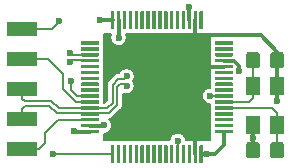
<source format=gtl>
G04 #@! TF.GenerationSoftware,KiCad,Pcbnew,5.1.5*
G04 #@! TF.CreationDate,2020-02-24T19:09:01+03:00*
G04 #@! TF.ProjectId,mod-lqfp64,6d6f642d-6c71-4667-9036-342e6b696361,rev?*
G04 #@! TF.SameCoordinates,PX1e84800PY280de80*
G04 #@! TF.FileFunction,Copper,L1,Top*
G04 #@! TF.FilePolarity,Positive*
%FSLAX46Y46*%
G04 Gerber Fmt 4.6, Leading zero omitted, Abs format (unit mm)*
G04 Created by KiCad (PCBNEW 5.1.5) date 2020-02-24 19:09:01*
%MOMM*%
%LPD*%
G04 APERTURE LIST*
%ADD10R,1.300000X1.600000*%
%ADD11C,0.100000*%
%ADD12R,2.540000X1.270000*%
%ADD13C,0.600000*%
%ADD14C,0.200000*%
%ADD15C,0.300000*%
G04 APERTURE END LIST*
D10*
X21864000Y-10577000D03*
X21864000Y-7277000D03*
X23864000Y-7277000D03*
X23864000Y-10577000D03*
G04 #@! TA.AperFunction,SMDPad,CuDef*
D11*
G36*
X17552351Y-12303361D02*
G01*
X17559632Y-12304441D01*
X17566771Y-12306229D01*
X17573701Y-12308709D01*
X17580355Y-12311856D01*
X17586668Y-12315640D01*
X17592579Y-12320024D01*
X17598033Y-12324967D01*
X17602976Y-12330421D01*
X17607360Y-12336332D01*
X17611144Y-12342645D01*
X17614291Y-12349299D01*
X17616771Y-12356229D01*
X17618559Y-12363368D01*
X17619639Y-12370649D01*
X17620000Y-12378000D01*
X17620000Y-13778000D01*
X17619639Y-13785351D01*
X17618559Y-13792632D01*
X17616771Y-13799771D01*
X17614291Y-13806701D01*
X17611144Y-13813355D01*
X17607360Y-13819668D01*
X17602976Y-13825579D01*
X17598033Y-13831033D01*
X17592579Y-13835976D01*
X17586668Y-13840360D01*
X17580355Y-13844144D01*
X17573701Y-13847291D01*
X17566771Y-13849771D01*
X17559632Y-13851559D01*
X17552351Y-13852639D01*
X17545000Y-13853000D01*
X17395000Y-13853000D01*
X17387649Y-13852639D01*
X17380368Y-13851559D01*
X17373229Y-13849771D01*
X17366299Y-13847291D01*
X17359645Y-13844144D01*
X17353332Y-13840360D01*
X17347421Y-13835976D01*
X17341967Y-13831033D01*
X17337024Y-13825579D01*
X17332640Y-13819668D01*
X17328856Y-13813355D01*
X17325709Y-13806701D01*
X17323229Y-13799771D01*
X17321441Y-13792632D01*
X17320361Y-13785351D01*
X17320000Y-13778000D01*
X17320000Y-12378000D01*
X17320361Y-12370649D01*
X17321441Y-12363368D01*
X17323229Y-12356229D01*
X17325709Y-12349299D01*
X17328856Y-12342645D01*
X17332640Y-12336332D01*
X17337024Y-12330421D01*
X17341967Y-12324967D01*
X17347421Y-12320024D01*
X17353332Y-12315640D01*
X17359645Y-12311856D01*
X17366299Y-12308709D01*
X17373229Y-12306229D01*
X17380368Y-12304441D01*
X17387649Y-12303361D01*
X17395000Y-12303000D01*
X17545000Y-12303000D01*
X17552351Y-12303361D01*
G37*
G04 #@! TD.AperFunction*
G04 #@! TA.AperFunction,SMDPad,CuDef*
G36*
X17052351Y-12303361D02*
G01*
X17059632Y-12304441D01*
X17066771Y-12306229D01*
X17073701Y-12308709D01*
X17080355Y-12311856D01*
X17086668Y-12315640D01*
X17092579Y-12320024D01*
X17098033Y-12324967D01*
X17102976Y-12330421D01*
X17107360Y-12336332D01*
X17111144Y-12342645D01*
X17114291Y-12349299D01*
X17116771Y-12356229D01*
X17118559Y-12363368D01*
X17119639Y-12370649D01*
X17120000Y-12378000D01*
X17120000Y-13778000D01*
X17119639Y-13785351D01*
X17118559Y-13792632D01*
X17116771Y-13799771D01*
X17114291Y-13806701D01*
X17111144Y-13813355D01*
X17107360Y-13819668D01*
X17102976Y-13825579D01*
X17098033Y-13831033D01*
X17092579Y-13835976D01*
X17086668Y-13840360D01*
X17080355Y-13844144D01*
X17073701Y-13847291D01*
X17066771Y-13849771D01*
X17059632Y-13851559D01*
X17052351Y-13852639D01*
X17045000Y-13853000D01*
X16895000Y-13853000D01*
X16887649Y-13852639D01*
X16880368Y-13851559D01*
X16873229Y-13849771D01*
X16866299Y-13847291D01*
X16859645Y-13844144D01*
X16853332Y-13840360D01*
X16847421Y-13835976D01*
X16841967Y-13831033D01*
X16837024Y-13825579D01*
X16832640Y-13819668D01*
X16828856Y-13813355D01*
X16825709Y-13806701D01*
X16823229Y-13799771D01*
X16821441Y-13792632D01*
X16820361Y-13785351D01*
X16820000Y-13778000D01*
X16820000Y-12378000D01*
X16820361Y-12370649D01*
X16821441Y-12363368D01*
X16823229Y-12356229D01*
X16825709Y-12349299D01*
X16828856Y-12342645D01*
X16832640Y-12336332D01*
X16837024Y-12330421D01*
X16841967Y-12324967D01*
X16847421Y-12320024D01*
X16853332Y-12315640D01*
X16859645Y-12311856D01*
X16866299Y-12308709D01*
X16873229Y-12306229D01*
X16880368Y-12304441D01*
X16887649Y-12303361D01*
X16895000Y-12303000D01*
X17045000Y-12303000D01*
X17052351Y-12303361D01*
G37*
G04 #@! TD.AperFunction*
G04 #@! TA.AperFunction,SMDPad,CuDef*
G36*
X16552351Y-12303361D02*
G01*
X16559632Y-12304441D01*
X16566771Y-12306229D01*
X16573701Y-12308709D01*
X16580355Y-12311856D01*
X16586668Y-12315640D01*
X16592579Y-12320024D01*
X16598033Y-12324967D01*
X16602976Y-12330421D01*
X16607360Y-12336332D01*
X16611144Y-12342645D01*
X16614291Y-12349299D01*
X16616771Y-12356229D01*
X16618559Y-12363368D01*
X16619639Y-12370649D01*
X16620000Y-12378000D01*
X16620000Y-13778000D01*
X16619639Y-13785351D01*
X16618559Y-13792632D01*
X16616771Y-13799771D01*
X16614291Y-13806701D01*
X16611144Y-13813355D01*
X16607360Y-13819668D01*
X16602976Y-13825579D01*
X16598033Y-13831033D01*
X16592579Y-13835976D01*
X16586668Y-13840360D01*
X16580355Y-13844144D01*
X16573701Y-13847291D01*
X16566771Y-13849771D01*
X16559632Y-13851559D01*
X16552351Y-13852639D01*
X16545000Y-13853000D01*
X16395000Y-13853000D01*
X16387649Y-13852639D01*
X16380368Y-13851559D01*
X16373229Y-13849771D01*
X16366299Y-13847291D01*
X16359645Y-13844144D01*
X16353332Y-13840360D01*
X16347421Y-13835976D01*
X16341967Y-13831033D01*
X16337024Y-13825579D01*
X16332640Y-13819668D01*
X16328856Y-13813355D01*
X16325709Y-13806701D01*
X16323229Y-13799771D01*
X16321441Y-13792632D01*
X16320361Y-13785351D01*
X16320000Y-13778000D01*
X16320000Y-12378000D01*
X16320361Y-12370649D01*
X16321441Y-12363368D01*
X16323229Y-12356229D01*
X16325709Y-12349299D01*
X16328856Y-12342645D01*
X16332640Y-12336332D01*
X16337024Y-12330421D01*
X16341967Y-12324967D01*
X16347421Y-12320024D01*
X16353332Y-12315640D01*
X16359645Y-12311856D01*
X16366299Y-12308709D01*
X16373229Y-12306229D01*
X16380368Y-12304441D01*
X16387649Y-12303361D01*
X16395000Y-12303000D01*
X16545000Y-12303000D01*
X16552351Y-12303361D01*
G37*
G04 #@! TD.AperFunction*
G04 #@! TA.AperFunction,SMDPad,CuDef*
G36*
X16052351Y-12303361D02*
G01*
X16059632Y-12304441D01*
X16066771Y-12306229D01*
X16073701Y-12308709D01*
X16080355Y-12311856D01*
X16086668Y-12315640D01*
X16092579Y-12320024D01*
X16098033Y-12324967D01*
X16102976Y-12330421D01*
X16107360Y-12336332D01*
X16111144Y-12342645D01*
X16114291Y-12349299D01*
X16116771Y-12356229D01*
X16118559Y-12363368D01*
X16119639Y-12370649D01*
X16120000Y-12378000D01*
X16120000Y-13778000D01*
X16119639Y-13785351D01*
X16118559Y-13792632D01*
X16116771Y-13799771D01*
X16114291Y-13806701D01*
X16111144Y-13813355D01*
X16107360Y-13819668D01*
X16102976Y-13825579D01*
X16098033Y-13831033D01*
X16092579Y-13835976D01*
X16086668Y-13840360D01*
X16080355Y-13844144D01*
X16073701Y-13847291D01*
X16066771Y-13849771D01*
X16059632Y-13851559D01*
X16052351Y-13852639D01*
X16045000Y-13853000D01*
X15895000Y-13853000D01*
X15887649Y-13852639D01*
X15880368Y-13851559D01*
X15873229Y-13849771D01*
X15866299Y-13847291D01*
X15859645Y-13844144D01*
X15853332Y-13840360D01*
X15847421Y-13835976D01*
X15841967Y-13831033D01*
X15837024Y-13825579D01*
X15832640Y-13819668D01*
X15828856Y-13813355D01*
X15825709Y-13806701D01*
X15823229Y-13799771D01*
X15821441Y-13792632D01*
X15820361Y-13785351D01*
X15820000Y-13778000D01*
X15820000Y-12378000D01*
X15820361Y-12370649D01*
X15821441Y-12363368D01*
X15823229Y-12356229D01*
X15825709Y-12349299D01*
X15828856Y-12342645D01*
X15832640Y-12336332D01*
X15837024Y-12330421D01*
X15841967Y-12324967D01*
X15847421Y-12320024D01*
X15853332Y-12315640D01*
X15859645Y-12311856D01*
X15866299Y-12308709D01*
X15873229Y-12306229D01*
X15880368Y-12304441D01*
X15887649Y-12303361D01*
X15895000Y-12303000D01*
X16045000Y-12303000D01*
X16052351Y-12303361D01*
G37*
G04 #@! TD.AperFunction*
G04 #@! TA.AperFunction,SMDPad,CuDef*
G36*
X15552351Y-12303361D02*
G01*
X15559632Y-12304441D01*
X15566771Y-12306229D01*
X15573701Y-12308709D01*
X15580355Y-12311856D01*
X15586668Y-12315640D01*
X15592579Y-12320024D01*
X15598033Y-12324967D01*
X15602976Y-12330421D01*
X15607360Y-12336332D01*
X15611144Y-12342645D01*
X15614291Y-12349299D01*
X15616771Y-12356229D01*
X15618559Y-12363368D01*
X15619639Y-12370649D01*
X15620000Y-12378000D01*
X15620000Y-13778000D01*
X15619639Y-13785351D01*
X15618559Y-13792632D01*
X15616771Y-13799771D01*
X15614291Y-13806701D01*
X15611144Y-13813355D01*
X15607360Y-13819668D01*
X15602976Y-13825579D01*
X15598033Y-13831033D01*
X15592579Y-13835976D01*
X15586668Y-13840360D01*
X15580355Y-13844144D01*
X15573701Y-13847291D01*
X15566771Y-13849771D01*
X15559632Y-13851559D01*
X15552351Y-13852639D01*
X15545000Y-13853000D01*
X15395000Y-13853000D01*
X15387649Y-13852639D01*
X15380368Y-13851559D01*
X15373229Y-13849771D01*
X15366299Y-13847291D01*
X15359645Y-13844144D01*
X15353332Y-13840360D01*
X15347421Y-13835976D01*
X15341967Y-13831033D01*
X15337024Y-13825579D01*
X15332640Y-13819668D01*
X15328856Y-13813355D01*
X15325709Y-13806701D01*
X15323229Y-13799771D01*
X15321441Y-13792632D01*
X15320361Y-13785351D01*
X15320000Y-13778000D01*
X15320000Y-12378000D01*
X15320361Y-12370649D01*
X15321441Y-12363368D01*
X15323229Y-12356229D01*
X15325709Y-12349299D01*
X15328856Y-12342645D01*
X15332640Y-12336332D01*
X15337024Y-12330421D01*
X15341967Y-12324967D01*
X15347421Y-12320024D01*
X15353332Y-12315640D01*
X15359645Y-12311856D01*
X15366299Y-12308709D01*
X15373229Y-12306229D01*
X15380368Y-12304441D01*
X15387649Y-12303361D01*
X15395000Y-12303000D01*
X15545000Y-12303000D01*
X15552351Y-12303361D01*
G37*
G04 #@! TD.AperFunction*
G04 #@! TA.AperFunction,SMDPad,CuDef*
G36*
X15052351Y-12303361D02*
G01*
X15059632Y-12304441D01*
X15066771Y-12306229D01*
X15073701Y-12308709D01*
X15080355Y-12311856D01*
X15086668Y-12315640D01*
X15092579Y-12320024D01*
X15098033Y-12324967D01*
X15102976Y-12330421D01*
X15107360Y-12336332D01*
X15111144Y-12342645D01*
X15114291Y-12349299D01*
X15116771Y-12356229D01*
X15118559Y-12363368D01*
X15119639Y-12370649D01*
X15120000Y-12378000D01*
X15120000Y-13778000D01*
X15119639Y-13785351D01*
X15118559Y-13792632D01*
X15116771Y-13799771D01*
X15114291Y-13806701D01*
X15111144Y-13813355D01*
X15107360Y-13819668D01*
X15102976Y-13825579D01*
X15098033Y-13831033D01*
X15092579Y-13835976D01*
X15086668Y-13840360D01*
X15080355Y-13844144D01*
X15073701Y-13847291D01*
X15066771Y-13849771D01*
X15059632Y-13851559D01*
X15052351Y-13852639D01*
X15045000Y-13853000D01*
X14895000Y-13853000D01*
X14887649Y-13852639D01*
X14880368Y-13851559D01*
X14873229Y-13849771D01*
X14866299Y-13847291D01*
X14859645Y-13844144D01*
X14853332Y-13840360D01*
X14847421Y-13835976D01*
X14841967Y-13831033D01*
X14837024Y-13825579D01*
X14832640Y-13819668D01*
X14828856Y-13813355D01*
X14825709Y-13806701D01*
X14823229Y-13799771D01*
X14821441Y-13792632D01*
X14820361Y-13785351D01*
X14820000Y-13778000D01*
X14820000Y-12378000D01*
X14820361Y-12370649D01*
X14821441Y-12363368D01*
X14823229Y-12356229D01*
X14825709Y-12349299D01*
X14828856Y-12342645D01*
X14832640Y-12336332D01*
X14837024Y-12330421D01*
X14841967Y-12324967D01*
X14847421Y-12320024D01*
X14853332Y-12315640D01*
X14859645Y-12311856D01*
X14866299Y-12308709D01*
X14873229Y-12306229D01*
X14880368Y-12304441D01*
X14887649Y-12303361D01*
X14895000Y-12303000D01*
X15045000Y-12303000D01*
X15052351Y-12303361D01*
G37*
G04 #@! TD.AperFunction*
G04 #@! TA.AperFunction,SMDPad,CuDef*
G36*
X14552351Y-12303361D02*
G01*
X14559632Y-12304441D01*
X14566771Y-12306229D01*
X14573701Y-12308709D01*
X14580355Y-12311856D01*
X14586668Y-12315640D01*
X14592579Y-12320024D01*
X14598033Y-12324967D01*
X14602976Y-12330421D01*
X14607360Y-12336332D01*
X14611144Y-12342645D01*
X14614291Y-12349299D01*
X14616771Y-12356229D01*
X14618559Y-12363368D01*
X14619639Y-12370649D01*
X14620000Y-12378000D01*
X14620000Y-13778000D01*
X14619639Y-13785351D01*
X14618559Y-13792632D01*
X14616771Y-13799771D01*
X14614291Y-13806701D01*
X14611144Y-13813355D01*
X14607360Y-13819668D01*
X14602976Y-13825579D01*
X14598033Y-13831033D01*
X14592579Y-13835976D01*
X14586668Y-13840360D01*
X14580355Y-13844144D01*
X14573701Y-13847291D01*
X14566771Y-13849771D01*
X14559632Y-13851559D01*
X14552351Y-13852639D01*
X14545000Y-13853000D01*
X14395000Y-13853000D01*
X14387649Y-13852639D01*
X14380368Y-13851559D01*
X14373229Y-13849771D01*
X14366299Y-13847291D01*
X14359645Y-13844144D01*
X14353332Y-13840360D01*
X14347421Y-13835976D01*
X14341967Y-13831033D01*
X14337024Y-13825579D01*
X14332640Y-13819668D01*
X14328856Y-13813355D01*
X14325709Y-13806701D01*
X14323229Y-13799771D01*
X14321441Y-13792632D01*
X14320361Y-13785351D01*
X14320000Y-13778000D01*
X14320000Y-12378000D01*
X14320361Y-12370649D01*
X14321441Y-12363368D01*
X14323229Y-12356229D01*
X14325709Y-12349299D01*
X14328856Y-12342645D01*
X14332640Y-12336332D01*
X14337024Y-12330421D01*
X14341967Y-12324967D01*
X14347421Y-12320024D01*
X14353332Y-12315640D01*
X14359645Y-12311856D01*
X14366299Y-12308709D01*
X14373229Y-12306229D01*
X14380368Y-12304441D01*
X14387649Y-12303361D01*
X14395000Y-12303000D01*
X14545000Y-12303000D01*
X14552351Y-12303361D01*
G37*
G04 #@! TD.AperFunction*
G04 #@! TA.AperFunction,SMDPad,CuDef*
G36*
X14052351Y-12303361D02*
G01*
X14059632Y-12304441D01*
X14066771Y-12306229D01*
X14073701Y-12308709D01*
X14080355Y-12311856D01*
X14086668Y-12315640D01*
X14092579Y-12320024D01*
X14098033Y-12324967D01*
X14102976Y-12330421D01*
X14107360Y-12336332D01*
X14111144Y-12342645D01*
X14114291Y-12349299D01*
X14116771Y-12356229D01*
X14118559Y-12363368D01*
X14119639Y-12370649D01*
X14120000Y-12378000D01*
X14120000Y-13778000D01*
X14119639Y-13785351D01*
X14118559Y-13792632D01*
X14116771Y-13799771D01*
X14114291Y-13806701D01*
X14111144Y-13813355D01*
X14107360Y-13819668D01*
X14102976Y-13825579D01*
X14098033Y-13831033D01*
X14092579Y-13835976D01*
X14086668Y-13840360D01*
X14080355Y-13844144D01*
X14073701Y-13847291D01*
X14066771Y-13849771D01*
X14059632Y-13851559D01*
X14052351Y-13852639D01*
X14045000Y-13853000D01*
X13895000Y-13853000D01*
X13887649Y-13852639D01*
X13880368Y-13851559D01*
X13873229Y-13849771D01*
X13866299Y-13847291D01*
X13859645Y-13844144D01*
X13853332Y-13840360D01*
X13847421Y-13835976D01*
X13841967Y-13831033D01*
X13837024Y-13825579D01*
X13832640Y-13819668D01*
X13828856Y-13813355D01*
X13825709Y-13806701D01*
X13823229Y-13799771D01*
X13821441Y-13792632D01*
X13820361Y-13785351D01*
X13820000Y-13778000D01*
X13820000Y-12378000D01*
X13820361Y-12370649D01*
X13821441Y-12363368D01*
X13823229Y-12356229D01*
X13825709Y-12349299D01*
X13828856Y-12342645D01*
X13832640Y-12336332D01*
X13837024Y-12330421D01*
X13841967Y-12324967D01*
X13847421Y-12320024D01*
X13853332Y-12315640D01*
X13859645Y-12311856D01*
X13866299Y-12308709D01*
X13873229Y-12306229D01*
X13880368Y-12304441D01*
X13887649Y-12303361D01*
X13895000Y-12303000D01*
X14045000Y-12303000D01*
X14052351Y-12303361D01*
G37*
G04 #@! TD.AperFunction*
G04 #@! TA.AperFunction,SMDPad,CuDef*
G36*
X13552351Y-12303361D02*
G01*
X13559632Y-12304441D01*
X13566771Y-12306229D01*
X13573701Y-12308709D01*
X13580355Y-12311856D01*
X13586668Y-12315640D01*
X13592579Y-12320024D01*
X13598033Y-12324967D01*
X13602976Y-12330421D01*
X13607360Y-12336332D01*
X13611144Y-12342645D01*
X13614291Y-12349299D01*
X13616771Y-12356229D01*
X13618559Y-12363368D01*
X13619639Y-12370649D01*
X13620000Y-12378000D01*
X13620000Y-13778000D01*
X13619639Y-13785351D01*
X13618559Y-13792632D01*
X13616771Y-13799771D01*
X13614291Y-13806701D01*
X13611144Y-13813355D01*
X13607360Y-13819668D01*
X13602976Y-13825579D01*
X13598033Y-13831033D01*
X13592579Y-13835976D01*
X13586668Y-13840360D01*
X13580355Y-13844144D01*
X13573701Y-13847291D01*
X13566771Y-13849771D01*
X13559632Y-13851559D01*
X13552351Y-13852639D01*
X13545000Y-13853000D01*
X13395000Y-13853000D01*
X13387649Y-13852639D01*
X13380368Y-13851559D01*
X13373229Y-13849771D01*
X13366299Y-13847291D01*
X13359645Y-13844144D01*
X13353332Y-13840360D01*
X13347421Y-13835976D01*
X13341967Y-13831033D01*
X13337024Y-13825579D01*
X13332640Y-13819668D01*
X13328856Y-13813355D01*
X13325709Y-13806701D01*
X13323229Y-13799771D01*
X13321441Y-13792632D01*
X13320361Y-13785351D01*
X13320000Y-13778000D01*
X13320000Y-12378000D01*
X13320361Y-12370649D01*
X13321441Y-12363368D01*
X13323229Y-12356229D01*
X13325709Y-12349299D01*
X13328856Y-12342645D01*
X13332640Y-12336332D01*
X13337024Y-12330421D01*
X13341967Y-12324967D01*
X13347421Y-12320024D01*
X13353332Y-12315640D01*
X13359645Y-12311856D01*
X13366299Y-12308709D01*
X13373229Y-12306229D01*
X13380368Y-12304441D01*
X13387649Y-12303361D01*
X13395000Y-12303000D01*
X13545000Y-12303000D01*
X13552351Y-12303361D01*
G37*
G04 #@! TD.AperFunction*
G04 #@! TA.AperFunction,SMDPad,CuDef*
G36*
X13052351Y-12303361D02*
G01*
X13059632Y-12304441D01*
X13066771Y-12306229D01*
X13073701Y-12308709D01*
X13080355Y-12311856D01*
X13086668Y-12315640D01*
X13092579Y-12320024D01*
X13098033Y-12324967D01*
X13102976Y-12330421D01*
X13107360Y-12336332D01*
X13111144Y-12342645D01*
X13114291Y-12349299D01*
X13116771Y-12356229D01*
X13118559Y-12363368D01*
X13119639Y-12370649D01*
X13120000Y-12378000D01*
X13120000Y-13778000D01*
X13119639Y-13785351D01*
X13118559Y-13792632D01*
X13116771Y-13799771D01*
X13114291Y-13806701D01*
X13111144Y-13813355D01*
X13107360Y-13819668D01*
X13102976Y-13825579D01*
X13098033Y-13831033D01*
X13092579Y-13835976D01*
X13086668Y-13840360D01*
X13080355Y-13844144D01*
X13073701Y-13847291D01*
X13066771Y-13849771D01*
X13059632Y-13851559D01*
X13052351Y-13852639D01*
X13045000Y-13853000D01*
X12895000Y-13853000D01*
X12887649Y-13852639D01*
X12880368Y-13851559D01*
X12873229Y-13849771D01*
X12866299Y-13847291D01*
X12859645Y-13844144D01*
X12853332Y-13840360D01*
X12847421Y-13835976D01*
X12841967Y-13831033D01*
X12837024Y-13825579D01*
X12832640Y-13819668D01*
X12828856Y-13813355D01*
X12825709Y-13806701D01*
X12823229Y-13799771D01*
X12821441Y-13792632D01*
X12820361Y-13785351D01*
X12820000Y-13778000D01*
X12820000Y-12378000D01*
X12820361Y-12370649D01*
X12821441Y-12363368D01*
X12823229Y-12356229D01*
X12825709Y-12349299D01*
X12828856Y-12342645D01*
X12832640Y-12336332D01*
X12837024Y-12330421D01*
X12841967Y-12324967D01*
X12847421Y-12320024D01*
X12853332Y-12315640D01*
X12859645Y-12311856D01*
X12866299Y-12308709D01*
X12873229Y-12306229D01*
X12880368Y-12304441D01*
X12887649Y-12303361D01*
X12895000Y-12303000D01*
X13045000Y-12303000D01*
X13052351Y-12303361D01*
G37*
G04 #@! TD.AperFunction*
G04 #@! TA.AperFunction,SMDPad,CuDef*
G36*
X12552351Y-12303361D02*
G01*
X12559632Y-12304441D01*
X12566771Y-12306229D01*
X12573701Y-12308709D01*
X12580355Y-12311856D01*
X12586668Y-12315640D01*
X12592579Y-12320024D01*
X12598033Y-12324967D01*
X12602976Y-12330421D01*
X12607360Y-12336332D01*
X12611144Y-12342645D01*
X12614291Y-12349299D01*
X12616771Y-12356229D01*
X12618559Y-12363368D01*
X12619639Y-12370649D01*
X12620000Y-12378000D01*
X12620000Y-13778000D01*
X12619639Y-13785351D01*
X12618559Y-13792632D01*
X12616771Y-13799771D01*
X12614291Y-13806701D01*
X12611144Y-13813355D01*
X12607360Y-13819668D01*
X12602976Y-13825579D01*
X12598033Y-13831033D01*
X12592579Y-13835976D01*
X12586668Y-13840360D01*
X12580355Y-13844144D01*
X12573701Y-13847291D01*
X12566771Y-13849771D01*
X12559632Y-13851559D01*
X12552351Y-13852639D01*
X12545000Y-13853000D01*
X12395000Y-13853000D01*
X12387649Y-13852639D01*
X12380368Y-13851559D01*
X12373229Y-13849771D01*
X12366299Y-13847291D01*
X12359645Y-13844144D01*
X12353332Y-13840360D01*
X12347421Y-13835976D01*
X12341967Y-13831033D01*
X12337024Y-13825579D01*
X12332640Y-13819668D01*
X12328856Y-13813355D01*
X12325709Y-13806701D01*
X12323229Y-13799771D01*
X12321441Y-13792632D01*
X12320361Y-13785351D01*
X12320000Y-13778000D01*
X12320000Y-12378000D01*
X12320361Y-12370649D01*
X12321441Y-12363368D01*
X12323229Y-12356229D01*
X12325709Y-12349299D01*
X12328856Y-12342645D01*
X12332640Y-12336332D01*
X12337024Y-12330421D01*
X12341967Y-12324967D01*
X12347421Y-12320024D01*
X12353332Y-12315640D01*
X12359645Y-12311856D01*
X12366299Y-12308709D01*
X12373229Y-12306229D01*
X12380368Y-12304441D01*
X12387649Y-12303361D01*
X12395000Y-12303000D01*
X12545000Y-12303000D01*
X12552351Y-12303361D01*
G37*
G04 #@! TD.AperFunction*
G04 #@! TA.AperFunction,SMDPad,CuDef*
G36*
X12052351Y-12303361D02*
G01*
X12059632Y-12304441D01*
X12066771Y-12306229D01*
X12073701Y-12308709D01*
X12080355Y-12311856D01*
X12086668Y-12315640D01*
X12092579Y-12320024D01*
X12098033Y-12324967D01*
X12102976Y-12330421D01*
X12107360Y-12336332D01*
X12111144Y-12342645D01*
X12114291Y-12349299D01*
X12116771Y-12356229D01*
X12118559Y-12363368D01*
X12119639Y-12370649D01*
X12120000Y-12378000D01*
X12120000Y-13778000D01*
X12119639Y-13785351D01*
X12118559Y-13792632D01*
X12116771Y-13799771D01*
X12114291Y-13806701D01*
X12111144Y-13813355D01*
X12107360Y-13819668D01*
X12102976Y-13825579D01*
X12098033Y-13831033D01*
X12092579Y-13835976D01*
X12086668Y-13840360D01*
X12080355Y-13844144D01*
X12073701Y-13847291D01*
X12066771Y-13849771D01*
X12059632Y-13851559D01*
X12052351Y-13852639D01*
X12045000Y-13853000D01*
X11895000Y-13853000D01*
X11887649Y-13852639D01*
X11880368Y-13851559D01*
X11873229Y-13849771D01*
X11866299Y-13847291D01*
X11859645Y-13844144D01*
X11853332Y-13840360D01*
X11847421Y-13835976D01*
X11841967Y-13831033D01*
X11837024Y-13825579D01*
X11832640Y-13819668D01*
X11828856Y-13813355D01*
X11825709Y-13806701D01*
X11823229Y-13799771D01*
X11821441Y-13792632D01*
X11820361Y-13785351D01*
X11820000Y-13778000D01*
X11820000Y-12378000D01*
X11820361Y-12370649D01*
X11821441Y-12363368D01*
X11823229Y-12356229D01*
X11825709Y-12349299D01*
X11828856Y-12342645D01*
X11832640Y-12336332D01*
X11837024Y-12330421D01*
X11841967Y-12324967D01*
X11847421Y-12320024D01*
X11853332Y-12315640D01*
X11859645Y-12311856D01*
X11866299Y-12308709D01*
X11873229Y-12306229D01*
X11880368Y-12304441D01*
X11887649Y-12303361D01*
X11895000Y-12303000D01*
X12045000Y-12303000D01*
X12052351Y-12303361D01*
G37*
G04 #@! TD.AperFunction*
G04 #@! TA.AperFunction,SMDPad,CuDef*
G36*
X11552351Y-12303361D02*
G01*
X11559632Y-12304441D01*
X11566771Y-12306229D01*
X11573701Y-12308709D01*
X11580355Y-12311856D01*
X11586668Y-12315640D01*
X11592579Y-12320024D01*
X11598033Y-12324967D01*
X11602976Y-12330421D01*
X11607360Y-12336332D01*
X11611144Y-12342645D01*
X11614291Y-12349299D01*
X11616771Y-12356229D01*
X11618559Y-12363368D01*
X11619639Y-12370649D01*
X11620000Y-12378000D01*
X11620000Y-13778000D01*
X11619639Y-13785351D01*
X11618559Y-13792632D01*
X11616771Y-13799771D01*
X11614291Y-13806701D01*
X11611144Y-13813355D01*
X11607360Y-13819668D01*
X11602976Y-13825579D01*
X11598033Y-13831033D01*
X11592579Y-13835976D01*
X11586668Y-13840360D01*
X11580355Y-13844144D01*
X11573701Y-13847291D01*
X11566771Y-13849771D01*
X11559632Y-13851559D01*
X11552351Y-13852639D01*
X11545000Y-13853000D01*
X11395000Y-13853000D01*
X11387649Y-13852639D01*
X11380368Y-13851559D01*
X11373229Y-13849771D01*
X11366299Y-13847291D01*
X11359645Y-13844144D01*
X11353332Y-13840360D01*
X11347421Y-13835976D01*
X11341967Y-13831033D01*
X11337024Y-13825579D01*
X11332640Y-13819668D01*
X11328856Y-13813355D01*
X11325709Y-13806701D01*
X11323229Y-13799771D01*
X11321441Y-13792632D01*
X11320361Y-13785351D01*
X11320000Y-13778000D01*
X11320000Y-12378000D01*
X11320361Y-12370649D01*
X11321441Y-12363368D01*
X11323229Y-12356229D01*
X11325709Y-12349299D01*
X11328856Y-12342645D01*
X11332640Y-12336332D01*
X11337024Y-12330421D01*
X11341967Y-12324967D01*
X11347421Y-12320024D01*
X11353332Y-12315640D01*
X11359645Y-12311856D01*
X11366299Y-12308709D01*
X11373229Y-12306229D01*
X11380368Y-12304441D01*
X11387649Y-12303361D01*
X11395000Y-12303000D01*
X11545000Y-12303000D01*
X11552351Y-12303361D01*
G37*
G04 #@! TD.AperFunction*
G04 #@! TA.AperFunction,SMDPad,CuDef*
G36*
X11052351Y-12303361D02*
G01*
X11059632Y-12304441D01*
X11066771Y-12306229D01*
X11073701Y-12308709D01*
X11080355Y-12311856D01*
X11086668Y-12315640D01*
X11092579Y-12320024D01*
X11098033Y-12324967D01*
X11102976Y-12330421D01*
X11107360Y-12336332D01*
X11111144Y-12342645D01*
X11114291Y-12349299D01*
X11116771Y-12356229D01*
X11118559Y-12363368D01*
X11119639Y-12370649D01*
X11120000Y-12378000D01*
X11120000Y-13778000D01*
X11119639Y-13785351D01*
X11118559Y-13792632D01*
X11116771Y-13799771D01*
X11114291Y-13806701D01*
X11111144Y-13813355D01*
X11107360Y-13819668D01*
X11102976Y-13825579D01*
X11098033Y-13831033D01*
X11092579Y-13835976D01*
X11086668Y-13840360D01*
X11080355Y-13844144D01*
X11073701Y-13847291D01*
X11066771Y-13849771D01*
X11059632Y-13851559D01*
X11052351Y-13852639D01*
X11045000Y-13853000D01*
X10895000Y-13853000D01*
X10887649Y-13852639D01*
X10880368Y-13851559D01*
X10873229Y-13849771D01*
X10866299Y-13847291D01*
X10859645Y-13844144D01*
X10853332Y-13840360D01*
X10847421Y-13835976D01*
X10841967Y-13831033D01*
X10837024Y-13825579D01*
X10832640Y-13819668D01*
X10828856Y-13813355D01*
X10825709Y-13806701D01*
X10823229Y-13799771D01*
X10821441Y-13792632D01*
X10820361Y-13785351D01*
X10820000Y-13778000D01*
X10820000Y-12378000D01*
X10820361Y-12370649D01*
X10821441Y-12363368D01*
X10823229Y-12356229D01*
X10825709Y-12349299D01*
X10828856Y-12342645D01*
X10832640Y-12336332D01*
X10837024Y-12330421D01*
X10841967Y-12324967D01*
X10847421Y-12320024D01*
X10853332Y-12315640D01*
X10859645Y-12311856D01*
X10866299Y-12308709D01*
X10873229Y-12306229D01*
X10880368Y-12304441D01*
X10887649Y-12303361D01*
X10895000Y-12303000D01*
X11045000Y-12303000D01*
X11052351Y-12303361D01*
G37*
G04 #@! TD.AperFunction*
G04 #@! TA.AperFunction,SMDPad,CuDef*
G36*
X10552351Y-12303361D02*
G01*
X10559632Y-12304441D01*
X10566771Y-12306229D01*
X10573701Y-12308709D01*
X10580355Y-12311856D01*
X10586668Y-12315640D01*
X10592579Y-12320024D01*
X10598033Y-12324967D01*
X10602976Y-12330421D01*
X10607360Y-12336332D01*
X10611144Y-12342645D01*
X10614291Y-12349299D01*
X10616771Y-12356229D01*
X10618559Y-12363368D01*
X10619639Y-12370649D01*
X10620000Y-12378000D01*
X10620000Y-13778000D01*
X10619639Y-13785351D01*
X10618559Y-13792632D01*
X10616771Y-13799771D01*
X10614291Y-13806701D01*
X10611144Y-13813355D01*
X10607360Y-13819668D01*
X10602976Y-13825579D01*
X10598033Y-13831033D01*
X10592579Y-13835976D01*
X10586668Y-13840360D01*
X10580355Y-13844144D01*
X10573701Y-13847291D01*
X10566771Y-13849771D01*
X10559632Y-13851559D01*
X10552351Y-13852639D01*
X10545000Y-13853000D01*
X10395000Y-13853000D01*
X10387649Y-13852639D01*
X10380368Y-13851559D01*
X10373229Y-13849771D01*
X10366299Y-13847291D01*
X10359645Y-13844144D01*
X10353332Y-13840360D01*
X10347421Y-13835976D01*
X10341967Y-13831033D01*
X10337024Y-13825579D01*
X10332640Y-13819668D01*
X10328856Y-13813355D01*
X10325709Y-13806701D01*
X10323229Y-13799771D01*
X10321441Y-13792632D01*
X10320361Y-13785351D01*
X10320000Y-13778000D01*
X10320000Y-12378000D01*
X10320361Y-12370649D01*
X10321441Y-12363368D01*
X10323229Y-12356229D01*
X10325709Y-12349299D01*
X10328856Y-12342645D01*
X10332640Y-12336332D01*
X10337024Y-12330421D01*
X10341967Y-12324967D01*
X10347421Y-12320024D01*
X10353332Y-12315640D01*
X10359645Y-12311856D01*
X10366299Y-12308709D01*
X10373229Y-12306229D01*
X10380368Y-12304441D01*
X10387649Y-12303361D01*
X10395000Y-12303000D01*
X10545000Y-12303000D01*
X10552351Y-12303361D01*
G37*
G04 #@! TD.AperFunction*
G04 #@! TA.AperFunction,SMDPad,CuDef*
G36*
X10052351Y-12303361D02*
G01*
X10059632Y-12304441D01*
X10066771Y-12306229D01*
X10073701Y-12308709D01*
X10080355Y-12311856D01*
X10086668Y-12315640D01*
X10092579Y-12320024D01*
X10098033Y-12324967D01*
X10102976Y-12330421D01*
X10107360Y-12336332D01*
X10111144Y-12342645D01*
X10114291Y-12349299D01*
X10116771Y-12356229D01*
X10118559Y-12363368D01*
X10119639Y-12370649D01*
X10120000Y-12378000D01*
X10120000Y-13778000D01*
X10119639Y-13785351D01*
X10118559Y-13792632D01*
X10116771Y-13799771D01*
X10114291Y-13806701D01*
X10111144Y-13813355D01*
X10107360Y-13819668D01*
X10102976Y-13825579D01*
X10098033Y-13831033D01*
X10092579Y-13835976D01*
X10086668Y-13840360D01*
X10080355Y-13844144D01*
X10073701Y-13847291D01*
X10066771Y-13849771D01*
X10059632Y-13851559D01*
X10052351Y-13852639D01*
X10045000Y-13853000D01*
X9895000Y-13853000D01*
X9887649Y-13852639D01*
X9880368Y-13851559D01*
X9873229Y-13849771D01*
X9866299Y-13847291D01*
X9859645Y-13844144D01*
X9853332Y-13840360D01*
X9847421Y-13835976D01*
X9841967Y-13831033D01*
X9837024Y-13825579D01*
X9832640Y-13819668D01*
X9828856Y-13813355D01*
X9825709Y-13806701D01*
X9823229Y-13799771D01*
X9821441Y-13792632D01*
X9820361Y-13785351D01*
X9820000Y-13778000D01*
X9820000Y-12378000D01*
X9820361Y-12370649D01*
X9821441Y-12363368D01*
X9823229Y-12356229D01*
X9825709Y-12349299D01*
X9828856Y-12342645D01*
X9832640Y-12336332D01*
X9837024Y-12330421D01*
X9841967Y-12324967D01*
X9847421Y-12320024D01*
X9853332Y-12315640D01*
X9859645Y-12311856D01*
X9866299Y-12308709D01*
X9873229Y-12306229D01*
X9880368Y-12304441D01*
X9887649Y-12303361D01*
X9895000Y-12303000D01*
X10045000Y-12303000D01*
X10052351Y-12303361D01*
G37*
G04 #@! TD.AperFunction*
G04 #@! TA.AperFunction,SMDPad,CuDef*
G36*
X8752351Y-11003361D02*
G01*
X8759632Y-11004441D01*
X8766771Y-11006229D01*
X8773701Y-11008709D01*
X8780355Y-11011856D01*
X8786668Y-11015640D01*
X8792579Y-11020024D01*
X8798033Y-11024967D01*
X8802976Y-11030421D01*
X8807360Y-11036332D01*
X8811144Y-11042645D01*
X8814291Y-11049299D01*
X8816771Y-11056229D01*
X8818559Y-11063368D01*
X8819639Y-11070649D01*
X8820000Y-11078000D01*
X8820000Y-11228000D01*
X8819639Y-11235351D01*
X8818559Y-11242632D01*
X8816771Y-11249771D01*
X8814291Y-11256701D01*
X8811144Y-11263355D01*
X8807360Y-11269668D01*
X8802976Y-11275579D01*
X8798033Y-11281033D01*
X8792579Y-11285976D01*
X8786668Y-11290360D01*
X8780355Y-11294144D01*
X8773701Y-11297291D01*
X8766771Y-11299771D01*
X8759632Y-11301559D01*
X8752351Y-11302639D01*
X8745000Y-11303000D01*
X7345000Y-11303000D01*
X7337649Y-11302639D01*
X7330368Y-11301559D01*
X7323229Y-11299771D01*
X7316299Y-11297291D01*
X7309645Y-11294144D01*
X7303332Y-11290360D01*
X7297421Y-11285976D01*
X7291967Y-11281033D01*
X7287024Y-11275579D01*
X7282640Y-11269668D01*
X7278856Y-11263355D01*
X7275709Y-11256701D01*
X7273229Y-11249771D01*
X7271441Y-11242632D01*
X7270361Y-11235351D01*
X7270000Y-11228000D01*
X7270000Y-11078000D01*
X7270361Y-11070649D01*
X7271441Y-11063368D01*
X7273229Y-11056229D01*
X7275709Y-11049299D01*
X7278856Y-11042645D01*
X7282640Y-11036332D01*
X7287024Y-11030421D01*
X7291967Y-11024967D01*
X7297421Y-11020024D01*
X7303332Y-11015640D01*
X7309645Y-11011856D01*
X7316299Y-11008709D01*
X7323229Y-11006229D01*
X7330368Y-11004441D01*
X7337649Y-11003361D01*
X7345000Y-11003000D01*
X8745000Y-11003000D01*
X8752351Y-11003361D01*
G37*
G04 #@! TD.AperFunction*
G04 #@! TA.AperFunction,SMDPad,CuDef*
G36*
X8752351Y-10503361D02*
G01*
X8759632Y-10504441D01*
X8766771Y-10506229D01*
X8773701Y-10508709D01*
X8780355Y-10511856D01*
X8786668Y-10515640D01*
X8792579Y-10520024D01*
X8798033Y-10524967D01*
X8802976Y-10530421D01*
X8807360Y-10536332D01*
X8811144Y-10542645D01*
X8814291Y-10549299D01*
X8816771Y-10556229D01*
X8818559Y-10563368D01*
X8819639Y-10570649D01*
X8820000Y-10578000D01*
X8820000Y-10728000D01*
X8819639Y-10735351D01*
X8818559Y-10742632D01*
X8816771Y-10749771D01*
X8814291Y-10756701D01*
X8811144Y-10763355D01*
X8807360Y-10769668D01*
X8802976Y-10775579D01*
X8798033Y-10781033D01*
X8792579Y-10785976D01*
X8786668Y-10790360D01*
X8780355Y-10794144D01*
X8773701Y-10797291D01*
X8766771Y-10799771D01*
X8759632Y-10801559D01*
X8752351Y-10802639D01*
X8745000Y-10803000D01*
X7345000Y-10803000D01*
X7337649Y-10802639D01*
X7330368Y-10801559D01*
X7323229Y-10799771D01*
X7316299Y-10797291D01*
X7309645Y-10794144D01*
X7303332Y-10790360D01*
X7297421Y-10785976D01*
X7291967Y-10781033D01*
X7287024Y-10775579D01*
X7282640Y-10769668D01*
X7278856Y-10763355D01*
X7275709Y-10756701D01*
X7273229Y-10749771D01*
X7271441Y-10742632D01*
X7270361Y-10735351D01*
X7270000Y-10728000D01*
X7270000Y-10578000D01*
X7270361Y-10570649D01*
X7271441Y-10563368D01*
X7273229Y-10556229D01*
X7275709Y-10549299D01*
X7278856Y-10542645D01*
X7282640Y-10536332D01*
X7287024Y-10530421D01*
X7291967Y-10524967D01*
X7297421Y-10520024D01*
X7303332Y-10515640D01*
X7309645Y-10511856D01*
X7316299Y-10508709D01*
X7323229Y-10506229D01*
X7330368Y-10504441D01*
X7337649Y-10503361D01*
X7345000Y-10503000D01*
X8745000Y-10503000D01*
X8752351Y-10503361D01*
G37*
G04 #@! TD.AperFunction*
G04 #@! TA.AperFunction,SMDPad,CuDef*
G36*
X8752351Y-10003361D02*
G01*
X8759632Y-10004441D01*
X8766771Y-10006229D01*
X8773701Y-10008709D01*
X8780355Y-10011856D01*
X8786668Y-10015640D01*
X8792579Y-10020024D01*
X8798033Y-10024967D01*
X8802976Y-10030421D01*
X8807360Y-10036332D01*
X8811144Y-10042645D01*
X8814291Y-10049299D01*
X8816771Y-10056229D01*
X8818559Y-10063368D01*
X8819639Y-10070649D01*
X8820000Y-10078000D01*
X8820000Y-10228000D01*
X8819639Y-10235351D01*
X8818559Y-10242632D01*
X8816771Y-10249771D01*
X8814291Y-10256701D01*
X8811144Y-10263355D01*
X8807360Y-10269668D01*
X8802976Y-10275579D01*
X8798033Y-10281033D01*
X8792579Y-10285976D01*
X8786668Y-10290360D01*
X8780355Y-10294144D01*
X8773701Y-10297291D01*
X8766771Y-10299771D01*
X8759632Y-10301559D01*
X8752351Y-10302639D01*
X8745000Y-10303000D01*
X7345000Y-10303000D01*
X7337649Y-10302639D01*
X7330368Y-10301559D01*
X7323229Y-10299771D01*
X7316299Y-10297291D01*
X7309645Y-10294144D01*
X7303332Y-10290360D01*
X7297421Y-10285976D01*
X7291967Y-10281033D01*
X7287024Y-10275579D01*
X7282640Y-10269668D01*
X7278856Y-10263355D01*
X7275709Y-10256701D01*
X7273229Y-10249771D01*
X7271441Y-10242632D01*
X7270361Y-10235351D01*
X7270000Y-10228000D01*
X7270000Y-10078000D01*
X7270361Y-10070649D01*
X7271441Y-10063368D01*
X7273229Y-10056229D01*
X7275709Y-10049299D01*
X7278856Y-10042645D01*
X7282640Y-10036332D01*
X7287024Y-10030421D01*
X7291967Y-10024967D01*
X7297421Y-10020024D01*
X7303332Y-10015640D01*
X7309645Y-10011856D01*
X7316299Y-10008709D01*
X7323229Y-10006229D01*
X7330368Y-10004441D01*
X7337649Y-10003361D01*
X7345000Y-10003000D01*
X8745000Y-10003000D01*
X8752351Y-10003361D01*
G37*
G04 #@! TD.AperFunction*
G04 #@! TA.AperFunction,SMDPad,CuDef*
G36*
X8752351Y-9503361D02*
G01*
X8759632Y-9504441D01*
X8766771Y-9506229D01*
X8773701Y-9508709D01*
X8780355Y-9511856D01*
X8786668Y-9515640D01*
X8792579Y-9520024D01*
X8798033Y-9524967D01*
X8802976Y-9530421D01*
X8807360Y-9536332D01*
X8811144Y-9542645D01*
X8814291Y-9549299D01*
X8816771Y-9556229D01*
X8818559Y-9563368D01*
X8819639Y-9570649D01*
X8820000Y-9578000D01*
X8820000Y-9728000D01*
X8819639Y-9735351D01*
X8818559Y-9742632D01*
X8816771Y-9749771D01*
X8814291Y-9756701D01*
X8811144Y-9763355D01*
X8807360Y-9769668D01*
X8802976Y-9775579D01*
X8798033Y-9781033D01*
X8792579Y-9785976D01*
X8786668Y-9790360D01*
X8780355Y-9794144D01*
X8773701Y-9797291D01*
X8766771Y-9799771D01*
X8759632Y-9801559D01*
X8752351Y-9802639D01*
X8745000Y-9803000D01*
X7345000Y-9803000D01*
X7337649Y-9802639D01*
X7330368Y-9801559D01*
X7323229Y-9799771D01*
X7316299Y-9797291D01*
X7309645Y-9794144D01*
X7303332Y-9790360D01*
X7297421Y-9785976D01*
X7291967Y-9781033D01*
X7287024Y-9775579D01*
X7282640Y-9769668D01*
X7278856Y-9763355D01*
X7275709Y-9756701D01*
X7273229Y-9749771D01*
X7271441Y-9742632D01*
X7270361Y-9735351D01*
X7270000Y-9728000D01*
X7270000Y-9578000D01*
X7270361Y-9570649D01*
X7271441Y-9563368D01*
X7273229Y-9556229D01*
X7275709Y-9549299D01*
X7278856Y-9542645D01*
X7282640Y-9536332D01*
X7287024Y-9530421D01*
X7291967Y-9524967D01*
X7297421Y-9520024D01*
X7303332Y-9515640D01*
X7309645Y-9511856D01*
X7316299Y-9508709D01*
X7323229Y-9506229D01*
X7330368Y-9504441D01*
X7337649Y-9503361D01*
X7345000Y-9503000D01*
X8745000Y-9503000D01*
X8752351Y-9503361D01*
G37*
G04 #@! TD.AperFunction*
G04 #@! TA.AperFunction,SMDPad,CuDef*
G36*
X8752351Y-9003361D02*
G01*
X8759632Y-9004441D01*
X8766771Y-9006229D01*
X8773701Y-9008709D01*
X8780355Y-9011856D01*
X8786668Y-9015640D01*
X8792579Y-9020024D01*
X8798033Y-9024967D01*
X8802976Y-9030421D01*
X8807360Y-9036332D01*
X8811144Y-9042645D01*
X8814291Y-9049299D01*
X8816771Y-9056229D01*
X8818559Y-9063368D01*
X8819639Y-9070649D01*
X8820000Y-9078000D01*
X8820000Y-9228000D01*
X8819639Y-9235351D01*
X8818559Y-9242632D01*
X8816771Y-9249771D01*
X8814291Y-9256701D01*
X8811144Y-9263355D01*
X8807360Y-9269668D01*
X8802976Y-9275579D01*
X8798033Y-9281033D01*
X8792579Y-9285976D01*
X8786668Y-9290360D01*
X8780355Y-9294144D01*
X8773701Y-9297291D01*
X8766771Y-9299771D01*
X8759632Y-9301559D01*
X8752351Y-9302639D01*
X8745000Y-9303000D01*
X7345000Y-9303000D01*
X7337649Y-9302639D01*
X7330368Y-9301559D01*
X7323229Y-9299771D01*
X7316299Y-9297291D01*
X7309645Y-9294144D01*
X7303332Y-9290360D01*
X7297421Y-9285976D01*
X7291967Y-9281033D01*
X7287024Y-9275579D01*
X7282640Y-9269668D01*
X7278856Y-9263355D01*
X7275709Y-9256701D01*
X7273229Y-9249771D01*
X7271441Y-9242632D01*
X7270361Y-9235351D01*
X7270000Y-9228000D01*
X7270000Y-9078000D01*
X7270361Y-9070649D01*
X7271441Y-9063368D01*
X7273229Y-9056229D01*
X7275709Y-9049299D01*
X7278856Y-9042645D01*
X7282640Y-9036332D01*
X7287024Y-9030421D01*
X7291967Y-9024967D01*
X7297421Y-9020024D01*
X7303332Y-9015640D01*
X7309645Y-9011856D01*
X7316299Y-9008709D01*
X7323229Y-9006229D01*
X7330368Y-9004441D01*
X7337649Y-9003361D01*
X7345000Y-9003000D01*
X8745000Y-9003000D01*
X8752351Y-9003361D01*
G37*
G04 #@! TD.AperFunction*
G04 #@! TA.AperFunction,SMDPad,CuDef*
G36*
X8752351Y-8503361D02*
G01*
X8759632Y-8504441D01*
X8766771Y-8506229D01*
X8773701Y-8508709D01*
X8780355Y-8511856D01*
X8786668Y-8515640D01*
X8792579Y-8520024D01*
X8798033Y-8524967D01*
X8802976Y-8530421D01*
X8807360Y-8536332D01*
X8811144Y-8542645D01*
X8814291Y-8549299D01*
X8816771Y-8556229D01*
X8818559Y-8563368D01*
X8819639Y-8570649D01*
X8820000Y-8578000D01*
X8820000Y-8728000D01*
X8819639Y-8735351D01*
X8818559Y-8742632D01*
X8816771Y-8749771D01*
X8814291Y-8756701D01*
X8811144Y-8763355D01*
X8807360Y-8769668D01*
X8802976Y-8775579D01*
X8798033Y-8781033D01*
X8792579Y-8785976D01*
X8786668Y-8790360D01*
X8780355Y-8794144D01*
X8773701Y-8797291D01*
X8766771Y-8799771D01*
X8759632Y-8801559D01*
X8752351Y-8802639D01*
X8745000Y-8803000D01*
X7345000Y-8803000D01*
X7337649Y-8802639D01*
X7330368Y-8801559D01*
X7323229Y-8799771D01*
X7316299Y-8797291D01*
X7309645Y-8794144D01*
X7303332Y-8790360D01*
X7297421Y-8785976D01*
X7291967Y-8781033D01*
X7287024Y-8775579D01*
X7282640Y-8769668D01*
X7278856Y-8763355D01*
X7275709Y-8756701D01*
X7273229Y-8749771D01*
X7271441Y-8742632D01*
X7270361Y-8735351D01*
X7270000Y-8728000D01*
X7270000Y-8578000D01*
X7270361Y-8570649D01*
X7271441Y-8563368D01*
X7273229Y-8556229D01*
X7275709Y-8549299D01*
X7278856Y-8542645D01*
X7282640Y-8536332D01*
X7287024Y-8530421D01*
X7291967Y-8524967D01*
X7297421Y-8520024D01*
X7303332Y-8515640D01*
X7309645Y-8511856D01*
X7316299Y-8508709D01*
X7323229Y-8506229D01*
X7330368Y-8504441D01*
X7337649Y-8503361D01*
X7345000Y-8503000D01*
X8745000Y-8503000D01*
X8752351Y-8503361D01*
G37*
G04 #@! TD.AperFunction*
G04 #@! TA.AperFunction,SMDPad,CuDef*
G36*
X8752351Y-8003361D02*
G01*
X8759632Y-8004441D01*
X8766771Y-8006229D01*
X8773701Y-8008709D01*
X8780355Y-8011856D01*
X8786668Y-8015640D01*
X8792579Y-8020024D01*
X8798033Y-8024967D01*
X8802976Y-8030421D01*
X8807360Y-8036332D01*
X8811144Y-8042645D01*
X8814291Y-8049299D01*
X8816771Y-8056229D01*
X8818559Y-8063368D01*
X8819639Y-8070649D01*
X8820000Y-8078000D01*
X8820000Y-8228000D01*
X8819639Y-8235351D01*
X8818559Y-8242632D01*
X8816771Y-8249771D01*
X8814291Y-8256701D01*
X8811144Y-8263355D01*
X8807360Y-8269668D01*
X8802976Y-8275579D01*
X8798033Y-8281033D01*
X8792579Y-8285976D01*
X8786668Y-8290360D01*
X8780355Y-8294144D01*
X8773701Y-8297291D01*
X8766771Y-8299771D01*
X8759632Y-8301559D01*
X8752351Y-8302639D01*
X8745000Y-8303000D01*
X7345000Y-8303000D01*
X7337649Y-8302639D01*
X7330368Y-8301559D01*
X7323229Y-8299771D01*
X7316299Y-8297291D01*
X7309645Y-8294144D01*
X7303332Y-8290360D01*
X7297421Y-8285976D01*
X7291967Y-8281033D01*
X7287024Y-8275579D01*
X7282640Y-8269668D01*
X7278856Y-8263355D01*
X7275709Y-8256701D01*
X7273229Y-8249771D01*
X7271441Y-8242632D01*
X7270361Y-8235351D01*
X7270000Y-8228000D01*
X7270000Y-8078000D01*
X7270361Y-8070649D01*
X7271441Y-8063368D01*
X7273229Y-8056229D01*
X7275709Y-8049299D01*
X7278856Y-8042645D01*
X7282640Y-8036332D01*
X7287024Y-8030421D01*
X7291967Y-8024967D01*
X7297421Y-8020024D01*
X7303332Y-8015640D01*
X7309645Y-8011856D01*
X7316299Y-8008709D01*
X7323229Y-8006229D01*
X7330368Y-8004441D01*
X7337649Y-8003361D01*
X7345000Y-8003000D01*
X8745000Y-8003000D01*
X8752351Y-8003361D01*
G37*
G04 #@! TD.AperFunction*
G04 #@! TA.AperFunction,SMDPad,CuDef*
G36*
X8752351Y-7503361D02*
G01*
X8759632Y-7504441D01*
X8766771Y-7506229D01*
X8773701Y-7508709D01*
X8780355Y-7511856D01*
X8786668Y-7515640D01*
X8792579Y-7520024D01*
X8798033Y-7524967D01*
X8802976Y-7530421D01*
X8807360Y-7536332D01*
X8811144Y-7542645D01*
X8814291Y-7549299D01*
X8816771Y-7556229D01*
X8818559Y-7563368D01*
X8819639Y-7570649D01*
X8820000Y-7578000D01*
X8820000Y-7728000D01*
X8819639Y-7735351D01*
X8818559Y-7742632D01*
X8816771Y-7749771D01*
X8814291Y-7756701D01*
X8811144Y-7763355D01*
X8807360Y-7769668D01*
X8802976Y-7775579D01*
X8798033Y-7781033D01*
X8792579Y-7785976D01*
X8786668Y-7790360D01*
X8780355Y-7794144D01*
X8773701Y-7797291D01*
X8766771Y-7799771D01*
X8759632Y-7801559D01*
X8752351Y-7802639D01*
X8745000Y-7803000D01*
X7345000Y-7803000D01*
X7337649Y-7802639D01*
X7330368Y-7801559D01*
X7323229Y-7799771D01*
X7316299Y-7797291D01*
X7309645Y-7794144D01*
X7303332Y-7790360D01*
X7297421Y-7785976D01*
X7291967Y-7781033D01*
X7287024Y-7775579D01*
X7282640Y-7769668D01*
X7278856Y-7763355D01*
X7275709Y-7756701D01*
X7273229Y-7749771D01*
X7271441Y-7742632D01*
X7270361Y-7735351D01*
X7270000Y-7728000D01*
X7270000Y-7578000D01*
X7270361Y-7570649D01*
X7271441Y-7563368D01*
X7273229Y-7556229D01*
X7275709Y-7549299D01*
X7278856Y-7542645D01*
X7282640Y-7536332D01*
X7287024Y-7530421D01*
X7291967Y-7524967D01*
X7297421Y-7520024D01*
X7303332Y-7515640D01*
X7309645Y-7511856D01*
X7316299Y-7508709D01*
X7323229Y-7506229D01*
X7330368Y-7504441D01*
X7337649Y-7503361D01*
X7345000Y-7503000D01*
X8745000Y-7503000D01*
X8752351Y-7503361D01*
G37*
G04 #@! TD.AperFunction*
G04 #@! TA.AperFunction,SMDPad,CuDef*
G36*
X8752351Y-7003361D02*
G01*
X8759632Y-7004441D01*
X8766771Y-7006229D01*
X8773701Y-7008709D01*
X8780355Y-7011856D01*
X8786668Y-7015640D01*
X8792579Y-7020024D01*
X8798033Y-7024967D01*
X8802976Y-7030421D01*
X8807360Y-7036332D01*
X8811144Y-7042645D01*
X8814291Y-7049299D01*
X8816771Y-7056229D01*
X8818559Y-7063368D01*
X8819639Y-7070649D01*
X8820000Y-7078000D01*
X8820000Y-7228000D01*
X8819639Y-7235351D01*
X8818559Y-7242632D01*
X8816771Y-7249771D01*
X8814291Y-7256701D01*
X8811144Y-7263355D01*
X8807360Y-7269668D01*
X8802976Y-7275579D01*
X8798033Y-7281033D01*
X8792579Y-7285976D01*
X8786668Y-7290360D01*
X8780355Y-7294144D01*
X8773701Y-7297291D01*
X8766771Y-7299771D01*
X8759632Y-7301559D01*
X8752351Y-7302639D01*
X8745000Y-7303000D01*
X7345000Y-7303000D01*
X7337649Y-7302639D01*
X7330368Y-7301559D01*
X7323229Y-7299771D01*
X7316299Y-7297291D01*
X7309645Y-7294144D01*
X7303332Y-7290360D01*
X7297421Y-7285976D01*
X7291967Y-7281033D01*
X7287024Y-7275579D01*
X7282640Y-7269668D01*
X7278856Y-7263355D01*
X7275709Y-7256701D01*
X7273229Y-7249771D01*
X7271441Y-7242632D01*
X7270361Y-7235351D01*
X7270000Y-7228000D01*
X7270000Y-7078000D01*
X7270361Y-7070649D01*
X7271441Y-7063368D01*
X7273229Y-7056229D01*
X7275709Y-7049299D01*
X7278856Y-7042645D01*
X7282640Y-7036332D01*
X7287024Y-7030421D01*
X7291967Y-7024967D01*
X7297421Y-7020024D01*
X7303332Y-7015640D01*
X7309645Y-7011856D01*
X7316299Y-7008709D01*
X7323229Y-7006229D01*
X7330368Y-7004441D01*
X7337649Y-7003361D01*
X7345000Y-7003000D01*
X8745000Y-7003000D01*
X8752351Y-7003361D01*
G37*
G04 #@! TD.AperFunction*
G04 #@! TA.AperFunction,SMDPad,CuDef*
G36*
X8752351Y-6503361D02*
G01*
X8759632Y-6504441D01*
X8766771Y-6506229D01*
X8773701Y-6508709D01*
X8780355Y-6511856D01*
X8786668Y-6515640D01*
X8792579Y-6520024D01*
X8798033Y-6524967D01*
X8802976Y-6530421D01*
X8807360Y-6536332D01*
X8811144Y-6542645D01*
X8814291Y-6549299D01*
X8816771Y-6556229D01*
X8818559Y-6563368D01*
X8819639Y-6570649D01*
X8820000Y-6578000D01*
X8820000Y-6728000D01*
X8819639Y-6735351D01*
X8818559Y-6742632D01*
X8816771Y-6749771D01*
X8814291Y-6756701D01*
X8811144Y-6763355D01*
X8807360Y-6769668D01*
X8802976Y-6775579D01*
X8798033Y-6781033D01*
X8792579Y-6785976D01*
X8786668Y-6790360D01*
X8780355Y-6794144D01*
X8773701Y-6797291D01*
X8766771Y-6799771D01*
X8759632Y-6801559D01*
X8752351Y-6802639D01*
X8745000Y-6803000D01*
X7345000Y-6803000D01*
X7337649Y-6802639D01*
X7330368Y-6801559D01*
X7323229Y-6799771D01*
X7316299Y-6797291D01*
X7309645Y-6794144D01*
X7303332Y-6790360D01*
X7297421Y-6785976D01*
X7291967Y-6781033D01*
X7287024Y-6775579D01*
X7282640Y-6769668D01*
X7278856Y-6763355D01*
X7275709Y-6756701D01*
X7273229Y-6749771D01*
X7271441Y-6742632D01*
X7270361Y-6735351D01*
X7270000Y-6728000D01*
X7270000Y-6578000D01*
X7270361Y-6570649D01*
X7271441Y-6563368D01*
X7273229Y-6556229D01*
X7275709Y-6549299D01*
X7278856Y-6542645D01*
X7282640Y-6536332D01*
X7287024Y-6530421D01*
X7291967Y-6524967D01*
X7297421Y-6520024D01*
X7303332Y-6515640D01*
X7309645Y-6511856D01*
X7316299Y-6508709D01*
X7323229Y-6506229D01*
X7330368Y-6504441D01*
X7337649Y-6503361D01*
X7345000Y-6503000D01*
X8745000Y-6503000D01*
X8752351Y-6503361D01*
G37*
G04 #@! TD.AperFunction*
G04 #@! TA.AperFunction,SMDPad,CuDef*
G36*
X8752351Y-6003361D02*
G01*
X8759632Y-6004441D01*
X8766771Y-6006229D01*
X8773701Y-6008709D01*
X8780355Y-6011856D01*
X8786668Y-6015640D01*
X8792579Y-6020024D01*
X8798033Y-6024967D01*
X8802976Y-6030421D01*
X8807360Y-6036332D01*
X8811144Y-6042645D01*
X8814291Y-6049299D01*
X8816771Y-6056229D01*
X8818559Y-6063368D01*
X8819639Y-6070649D01*
X8820000Y-6078000D01*
X8820000Y-6228000D01*
X8819639Y-6235351D01*
X8818559Y-6242632D01*
X8816771Y-6249771D01*
X8814291Y-6256701D01*
X8811144Y-6263355D01*
X8807360Y-6269668D01*
X8802976Y-6275579D01*
X8798033Y-6281033D01*
X8792579Y-6285976D01*
X8786668Y-6290360D01*
X8780355Y-6294144D01*
X8773701Y-6297291D01*
X8766771Y-6299771D01*
X8759632Y-6301559D01*
X8752351Y-6302639D01*
X8745000Y-6303000D01*
X7345000Y-6303000D01*
X7337649Y-6302639D01*
X7330368Y-6301559D01*
X7323229Y-6299771D01*
X7316299Y-6297291D01*
X7309645Y-6294144D01*
X7303332Y-6290360D01*
X7297421Y-6285976D01*
X7291967Y-6281033D01*
X7287024Y-6275579D01*
X7282640Y-6269668D01*
X7278856Y-6263355D01*
X7275709Y-6256701D01*
X7273229Y-6249771D01*
X7271441Y-6242632D01*
X7270361Y-6235351D01*
X7270000Y-6228000D01*
X7270000Y-6078000D01*
X7270361Y-6070649D01*
X7271441Y-6063368D01*
X7273229Y-6056229D01*
X7275709Y-6049299D01*
X7278856Y-6042645D01*
X7282640Y-6036332D01*
X7287024Y-6030421D01*
X7291967Y-6024967D01*
X7297421Y-6020024D01*
X7303332Y-6015640D01*
X7309645Y-6011856D01*
X7316299Y-6008709D01*
X7323229Y-6006229D01*
X7330368Y-6004441D01*
X7337649Y-6003361D01*
X7345000Y-6003000D01*
X8745000Y-6003000D01*
X8752351Y-6003361D01*
G37*
G04 #@! TD.AperFunction*
G04 #@! TA.AperFunction,SMDPad,CuDef*
G36*
X8752351Y-5503361D02*
G01*
X8759632Y-5504441D01*
X8766771Y-5506229D01*
X8773701Y-5508709D01*
X8780355Y-5511856D01*
X8786668Y-5515640D01*
X8792579Y-5520024D01*
X8798033Y-5524967D01*
X8802976Y-5530421D01*
X8807360Y-5536332D01*
X8811144Y-5542645D01*
X8814291Y-5549299D01*
X8816771Y-5556229D01*
X8818559Y-5563368D01*
X8819639Y-5570649D01*
X8820000Y-5578000D01*
X8820000Y-5728000D01*
X8819639Y-5735351D01*
X8818559Y-5742632D01*
X8816771Y-5749771D01*
X8814291Y-5756701D01*
X8811144Y-5763355D01*
X8807360Y-5769668D01*
X8802976Y-5775579D01*
X8798033Y-5781033D01*
X8792579Y-5785976D01*
X8786668Y-5790360D01*
X8780355Y-5794144D01*
X8773701Y-5797291D01*
X8766771Y-5799771D01*
X8759632Y-5801559D01*
X8752351Y-5802639D01*
X8745000Y-5803000D01*
X7345000Y-5803000D01*
X7337649Y-5802639D01*
X7330368Y-5801559D01*
X7323229Y-5799771D01*
X7316299Y-5797291D01*
X7309645Y-5794144D01*
X7303332Y-5790360D01*
X7297421Y-5785976D01*
X7291967Y-5781033D01*
X7287024Y-5775579D01*
X7282640Y-5769668D01*
X7278856Y-5763355D01*
X7275709Y-5756701D01*
X7273229Y-5749771D01*
X7271441Y-5742632D01*
X7270361Y-5735351D01*
X7270000Y-5728000D01*
X7270000Y-5578000D01*
X7270361Y-5570649D01*
X7271441Y-5563368D01*
X7273229Y-5556229D01*
X7275709Y-5549299D01*
X7278856Y-5542645D01*
X7282640Y-5536332D01*
X7287024Y-5530421D01*
X7291967Y-5524967D01*
X7297421Y-5520024D01*
X7303332Y-5515640D01*
X7309645Y-5511856D01*
X7316299Y-5508709D01*
X7323229Y-5506229D01*
X7330368Y-5504441D01*
X7337649Y-5503361D01*
X7345000Y-5503000D01*
X8745000Y-5503000D01*
X8752351Y-5503361D01*
G37*
G04 #@! TD.AperFunction*
G04 #@! TA.AperFunction,SMDPad,CuDef*
G36*
X8752351Y-5003361D02*
G01*
X8759632Y-5004441D01*
X8766771Y-5006229D01*
X8773701Y-5008709D01*
X8780355Y-5011856D01*
X8786668Y-5015640D01*
X8792579Y-5020024D01*
X8798033Y-5024967D01*
X8802976Y-5030421D01*
X8807360Y-5036332D01*
X8811144Y-5042645D01*
X8814291Y-5049299D01*
X8816771Y-5056229D01*
X8818559Y-5063368D01*
X8819639Y-5070649D01*
X8820000Y-5078000D01*
X8820000Y-5228000D01*
X8819639Y-5235351D01*
X8818559Y-5242632D01*
X8816771Y-5249771D01*
X8814291Y-5256701D01*
X8811144Y-5263355D01*
X8807360Y-5269668D01*
X8802976Y-5275579D01*
X8798033Y-5281033D01*
X8792579Y-5285976D01*
X8786668Y-5290360D01*
X8780355Y-5294144D01*
X8773701Y-5297291D01*
X8766771Y-5299771D01*
X8759632Y-5301559D01*
X8752351Y-5302639D01*
X8745000Y-5303000D01*
X7345000Y-5303000D01*
X7337649Y-5302639D01*
X7330368Y-5301559D01*
X7323229Y-5299771D01*
X7316299Y-5297291D01*
X7309645Y-5294144D01*
X7303332Y-5290360D01*
X7297421Y-5285976D01*
X7291967Y-5281033D01*
X7287024Y-5275579D01*
X7282640Y-5269668D01*
X7278856Y-5263355D01*
X7275709Y-5256701D01*
X7273229Y-5249771D01*
X7271441Y-5242632D01*
X7270361Y-5235351D01*
X7270000Y-5228000D01*
X7270000Y-5078000D01*
X7270361Y-5070649D01*
X7271441Y-5063368D01*
X7273229Y-5056229D01*
X7275709Y-5049299D01*
X7278856Y-5042645D01*
X7282640Y-5036332D01*
X7287024Y-5030421D01*
X7291967Y-5024967D01*
X7297421Y-5020024D01*
X7303332Y-5015640D01*
X7309645Y-5011856D01*
X7316299Y-5008709D01*
X7323229Y-5006229D01*
X7330368Y-5004441D01*
X7337649Y-5003361D01*
X7345000Y-5003000D01*
X8745000Y-5003000D01*
X8752351Y-5003361D01*
G37*
G04 #@! TD.AperFunction*
G04 #@! TA.AperFunction,SMDPad,CuDef*
G36*
X8752351Y-4503361D02*
G01*
X8759632Y-4504441D01*
X8766771Y-4506229D01*
X8773701Y-4508709D01*
X8780355Y-4511856D01*
X8786668Y-4515640D01*
X8792579Y-4520024D01*
X8798033Y-4524967D01*
X8802976Y-4530421D01*
X8807360Y-4536332D01*
X8811144Y-4542645D01*
X8814291Y-4549299D01*
X8816771Y-4556229D01*
X8818559Y-4563368D01*
X8819639Y-4570649D01*
X8820000Y-4578000D01*
X8820000Y-4728000D01*
X8819639Y-4735351D01*
X8818559Y-4742632D01*
X8816771Y-4749771D01*
X8814291Y-4756701D01*
X8811144Y-4763355D01*
X8807360Y-4769668D01*
X8802976Y-4775579D01*
X8798033Y-4781033D01*
X8792579Y-4785976D01*
X8786668Y-4790360D01*
X8780355Y-4794144D01*
X8773701Y-4797291D01*
X8766771Y-4799771D01*
X8759632Y-4801559D01*
X8752351Y-4802639D01*
X8745000Y-4803000D01*
X7345000Y-4803000D01*
X7337649Y-4802639D01*
X7330368Y-4801559D01*
X7323229Y-4799771D01*
X7316299Y-4797291D01*
X7309645Y-4794144D01*
X7303332Y-4790360D01*
X7297421Y-4785976D01*
X7291967Y-4781033D01*
X7287024Y-4775579D01*
X7282640Y-4769668D01*
X7278856Y-4763355D01*
X7275709Y-4756701D01*
X7273229Y-4749771D01*
X7271441Y-4742632D01*
X7270361Y-4735351D01*
X7270000Y-4728000D01*
X7270000Y-4578000D01*
X7270361Y-4570649D01*
X7271441Y-4563368D01*
X7273229Y-4556229D01*
X7275709Y-4549299D01*
X7278856Y-4542645D01*
X7282640Y-4536332D01*
X7287024Y-4530421D01*
X7291967Y-4524967D01*
X7297421Y-4520024D01*
X7303332Y-4515640D01*
X7309645Y-4511856D01*
X7316299Y-4508709D01*
X7323229Y-4506229D01*
X7330368Y-4504441D01*
X7337649Y-4503361D01*
X7345000Y-4503000D01*
X8745000Y-4503000D01*
X8752351Y-4503361D01*
G37*
G04 #@! TD.AperFunction*
G04 #@! TA.AperFunction,SMDPad,CuDef*
G36*
X8752351Y-4003361D02*
G01*
X8759632Y-4004441D01*
X8766771Y-4006229D01*
X8773701Y-4008709D01*
X8780355Y-4011856D01*
X8786668Y-4015640D01*
X8792579Y-4020024D01*
X8798033Y-4024967D01*
X8802976Y-4030421D01*
X8807360Y-4036332D01*
X8811144Y-4042645D01*
X8814291Y-4049299D01*
X8816771Y-4056229D01*
X8818559Y-4063368D01*
X8819639Y-4070649D01*
X8820000Y-4078000D01*
X8820000Y-4228000D01*
X8819639Y-4235351D01*
X8818559Y-4242632D01*
X8816771Y-4249771D01*
X8814291Y-4256701D01*
X8811144Y-4263355D01*
X8807360Y-4269668D01*
X8802976Y-4275579D01*
X8798033Y-4281033D01*
X8792579Y-4285976D01*
X8786668Y-4290360D01*
X8780355Y-4294144D01*
X8773701Y-4297291D01*
X8766771Y-4299771D01*
X8759632Y-4301559D01*
X8752351Y-4302639D01*
X8745000Y-4303000D01*
X7345000Y-4303000D01*
X7337649Y-4302639D01*
X7330368Y-4301559D01*
X7323229Y-4299771D01*
X7316299Y-4297291D01*
X7309645Y-4294144D01*
X7303332Y-4290360D01*
X7297421Y-4285976D01*
X7291967Y-4281033D01*
X7287024Y-4275579D01*
X7282640Y-4269668D01*
X7278856Y-4263355D01*
X7275709Y-4256701D01*
X7273229Y-4249771D01*
X7271441Y-4242632D01*
X7270361Y-4235351D01*
X7270000Y-4228000D01*
X7270000Y-4078000D01*
X7270361Y-4070649D01*
X7271441Y-4063368D01*
X7273229Y-4056229D01*
X7275709Y-4049299D01*
X7278856Y-4042645D01*
X7282640Y-4036332D01*
X7287024Y-4030421D01*
X7291967Y-4024967D01*
X7297421Y-4020024D01*
X7303332Y-4015640D01*
X7309645Y-4011856D01*
X7316299Y-4008709D01*
X7323229Y-4006229D01*
X7330368Y-4004441D01*
X7337649Y-4003361D01*
X7345000Y-4003000D01*
X8745000Y-4003000D01*
X8752351Y-4003361D01*
G37*
G04 #@! TD.AperFunction*
G04 #@! TA.AperFunction,SMDPad,CuDef*
G36*
X8752351Y-3503361D02*
G01*
X8759632Y-3504441D01*
X8766771Y-3506229D01*
X8773701Y-3508709D01*
X8780355Y-3511856D01*
X8786668Y-3515640D01*
X8792579Y-3520024D01*
X8798033Y-3524967D01*
X8802976Y-3530421D01*
X8807360Y-3536332D01*
X8811144Y-3542645D01*
X8814291Y-3549299D01*
X8816771Y-3556229D01*
X8818559Y-3563368D01*
X8819639Y-3570649D01*
X8820000Y-3578000D01*
X8820000Y-3728000D01*
X8819639Y-3735351D01*
X8818559Y-3742632D01*
X8816771Y-3749771D01*
X8814291Y-3756701D01*
X8811144Y-3763355D01*
X8807360Y-3769668D01*
X8802976Y-3775579D01*
X8798033Y-3781033D01*
X8792579Y-3785976D01*
X8786668Y-3790360D01*
X8780355Y-3794144D01*
X8773701Y-3797291D01*
X8766771Y-3799771D01*
X8759632Y-3801559D01*
X8752351Y-3802639D01*
X8745000Y-3803000D01*
X7345000Y-3803000D01*
X7337649Y-3802639D01*
X7330368Y-3801559D01*
X7323229Y-3799771D01*
X7316299Y-3797291D01*
X7309645Y-3794144D01*
X7303332Y-3790360D01*
X7297421Y-3785976D01*
X7291967Y-3781033D01*
X7287024Y-3775579D01*
X7282640Y-3769668D01*
X7278856Y-3763355D01*
X7275709Y-3756701D01*
X7273229Y-3749771D01*
X7271441Y-3742632D01*
X7270361Y-3735351D01*
X7270000Y-3728000D01*
X7270000Y-3578000D01*
X7270361Y-3570649D01*
X7271441Y-3563368D01*
X7273229Y-3556229D01*
X7275709Y-3549299D01*
X7278856Y-3542645D01*
X7282640Y-3536332D01*
X7287024Y-3530421D01*
X7291967Y-3524967D01*
X7297421Y-3520024D01*
X7303332Y-3515640D01*
X7309645Y-3511856D01*
X7316299Y-3508709D01*
X7323229Y-3506229D01*
X7330368Y-3504441D01*
X7337649Y-3503361D01*
X7345000Y-3503000D01*
X8745000Y-3503000D01*
X8752351Y-3503361D01*
G37*
G04 #@! TD.AperFunction*
G04 #@! TA.AperFunction,SMDPad,CuDef*
G36*
X10052351Y-953361D02*
G01*
X10059632Y-954441D01*
X10066771Y-956229D01*
X10073701Y-958709D01*
X10080355Y-961856D01*
X10086668Y-965640D01*
X10092579Y-970024D01*
X10098033Y-974967D01*
X10102976Y-980421D01*
X10107360Y-986332D01*
X10111144Y-992645D01*
X10114291Y-999299D01*
X10116771Y-1006229D01*
X10118559Y-1013368D01*
X10119639Y-1020649D01*
X10120000Y-1028000D01*
X10120000Y-2428000D01*
X10119639Y-2435351D01*
X10118559Y-2442632D01*
X10116771Y-2449771D01*
X10114291Y-2456701D01*
X10111144Y-2463355D01*
X10107360Y-2469668D01*
X10102976Y-2475579D01*
X10098033Y-2481033D01*
X10092579Y-2485976D01*
X10086668Y-2490360D01*
X10080355Y-2494144D01*
X10073701Y-2497291D01*
X10066771Y-2499771D01*
X10059632Y-2501559D01*
X10052351Y-2502639D01*
X10045000Y-2503000D01*
X9895000Y-2503000D01*
X9887649Y-2502639D01*
X9880368Y-2501559D01*
X9873229Y-2499771D01*
X9866299Y-2497291D01*
X9859645Y-2494144D01*
X9853332Y-2490360D01*
X9847421Y-2485976D01*
X9841967Y-2481033D01*
X9837024Y-2475579D01*
X9832640Y-2469668D01*
X9828856Y-2463355D01*
X9825709Y-2456701D01*
X9823229Y-2449771D01*
X9821441Y-2442632D01*
X9820361Y-2435351D01*
X9820000Y-2428000D01*
X9820000Y-1028000D01*
X9820361Y-1020649D01*
X9821441Y-1013368D01*
X9823229Y-1006229D01*
X9825709Y-999299D01*
X9828856Y-992645D01*
X9832640Y-986332D01*
X9837024Y-980421D01*
X9841967Y-974967D01*
X9847421Y-970024D01*
X9853332Y-965640D01*
X9859645Y-961856D01*
X9866299Y-958709D01*
X9873229Y-956229D01*
X9880368Y-954441D01*
X9887649Y-953361D01*
X9895000Y-953000D01*
X10045000Y-953000D01*
X10052351Y-953361D01*
G37*
G04 #@! TD.AperFunction*
G04 #@! TA.AperFunction,SMDPad,CuDef*
G36*
X10552351Y-953361D02*
G01*
X10559632Y-954441D01*
X10566771Y-956229D01*
X10573701Y-958709D01*
X10580355Y-961856D01*
X10586668Y-965640D01*
X10592579Y-970024D01*
X10598033Y-974967D01*
X10602976Y-980421D01*
X10607360Y-986332D01*
X10611144Y-992645D01*
X10614291Y-999299D01*
X10616771Y-1006229D01*
X10618559Y-1013368D01*
X10619639Y-1020649D01*
X10620000Y-1028000D01*
X10620000Y-2428000D01*
X10619639Y-2435351D01*
X10618559Y-2442632D01*
X10616771Y-2449771D01*
X10614291Y-2456701D01*
X10611144Y-2463355D01*
X10607360Y-2469668D01*
X10602976Y-2475579D01*
X10598033Y-2481033D01*
X10592579Y-2485976D01*
X10586668Y-2490360D01*
X10580355Y-2494144D01*
X10573701Y-2497291D01*
X10566771Y-2499771D01*
X10559632Y-2501559D01*
X10552351Y-2502639D01*
X10545000Y-2503000D01*
X10395000Y-2503000D01*
X10387649Y-2502639D01*
X10380368Y-2501559D01*
X10373229Y-2499771D01*
X10366299Y-2497291D01*
X10359645Y-2494144D01*
X10353332Y-2490360D01*
X10347421Y-2485976D01*
X10341967Y-2481033D01*
X10337024Y-2475579D01*
X10332640Y-2469668D01*
X10328856Y-2463355D01*
X10325709Y-2456701D01*
X10323229Y-2449771D01*
X10321441Y-2442632D01*
X10320361Y-2435351D01*
X10320000Y-2428000D01*
X10320000Y-1028000D01*
X10320361Y-1020649D01*
X10321441Y-1013368D01*
X10323229Y-1006229D01*
X10325709Y-999299D01*
X10328856Y-992645D01*
X10332640Y-986332D01*
X10337024Y-980421D01*
X10341967Y-974967D01*
X10347421Y-970024D01*
X10353332Y-965640D01*
X10359645Y-961856D01*
X10366299Y-958709D01*
X10373229Y-956229D01*
X10380368Y-954441D01*
X10387649Y-953361D01*
X10395000Y-953000D01*
X10545000Y-953000D01*
X10552351Y-953361D01*
G37*
G04 #@! TD.AperFunction*
G04 #@! TA.AperFunction,SMDPad,CuDef*
G36*
X11052351Y-953361D02*
G01*
X11059632Y-954441D01*
X11066771Y-956229D01*
X11073701Y-958709D01*
X11080355Y-961856D01*
X11086668Y-965640D01*
X11092579Y-970024D01*
X11098033Y-974967D01*
X11102976Y-980421D01*
X11107360Y-986332D01*
X11111144Y-992645D01*
X11114291Y-999299D01*
X11116771Y-1006229D01*
X11118559Y-1013368D01*
X11119639Y-1020649D01*
X11120000Y-1028000D01*
X11120000Y-2428000D01*
X11119639Y-2435351D01*
X11118559Y-2442632D01*
X11116771Y-2449771D01*
X11114291Y-2456701D01*
X11111144Y-2463355D01*
X11107360Y-2469668D01*
X11102976Y-2475579D01*
X11098033Y-2481033D01*
X11092579Y-2485976D01*
X11086668Y-2490360D01*
X11080355Y-2494144D01*
X11073701Y-2497291D01*
X11066771Y-2499771D01*
X11059632Y-2501559D01*
X11052351Y-2502639D01*
X11045000Y-2503000D01*
X10895000Y-2503000D01*
X10887649Y-2502639D01*
X10880368Y-2501559D01*
X10873229Y-2499771D01*
X10866299Y-2497291D01*
X10859645Y-2494144D01*
X10853332Y-2490360D01*
X10847421Y-2485976D01*
X10841967Y-2481033D01*
X10837024Y-2475579D01*
X10832640Y-2469668D01*
X10828856Y-2463355D01*
X10825709Y-2456701D01*
X10823229Y-2449771D01*
X10821441Y-2442632D01*
X10820361Y-2435351D01*
X10820000Y-2428000D01*
X10820000Y-1028000D01*
X10820361Y-1020649D01*
X10821441Y-1013368D01*
X10823229Y-1006229D01*
X10825709Y-999299D01*
X10828856Y-992645D01*
X10832640Y-986332D01*
X10837024Y-980421D01*
X10841967Y-974967D01*
X10847421Y-970024D01*
X10853332Y-965640D01*
X10859645Y-961856D01*
X10866299Y-958709D01*
X10873229Y-956229D01*
X10880368Y-954441D01*
X10887649Y-953361D01*
X10895000Y-953000D01*
X11045000Y-953000D01*
X11052351Y-953361D01*
G37*
G04 #@! TD.AperFunction*
G04 #@! TA.AperFunction,SMDPad,CuDef*
G36*
X11552351Y-953361D02*
G01*
X11559632Y-954441D01*
X11566771Y-956229D01*
X11573701Y-958709D01*
X11580355Y-961856D01*
X11586668Y-965640D01*
X11592579Y-970024D01*
X11598033Y-974967D01*
X11602976Y-980421D01*
X11607360Y-986332D01*
X11611144Y-992645D01*
X11614291Y-999299D01*
X11616771Y-1006229D01*
X11618559Y-1013368D01*
X11619639Y-1020649D01*
X11620000Y-1028000D01*
X11620000Y-2428000D01*
X11619639Y-2435351D01*
X11618559Y-2442632D01*
X11616771Y-2449771D01*
X11614291Y-2456701D01*
X11611144Y-2463355D01*
X11607360Y-2469668D01*
X11602976Y-2475579D01*
X11598033Y-2481033D01*
X11592579Y-2485976D01*
X11586668Y-2490360D01*
X11580355Y-2494144D01*
X11573701Y-2497291D01*
X11566771Y-2499771D01*
X11559632Y-2501559D01*
X11552351Y-2502639D01*
X11545000Y-2503000D01*
X11395000Y-2503000D01*
X11387649Y-2502639D01*
X11380368Y-2501559D01*
X11373229Y-2499771D01*
X11366299Y-2497291D01*
X11359645Y-2494144D01*
X11353332Y-2490360D01*
X11347421Y-2485976D01*
X11341967Y-2481033D01*
X11337024Y-2475579D01*
X11332640Y-2469668D01*
X11328856Y-2463355D01*
X11325709Y-2456701D01*
X11323229Y-2449771D01*
X11321441Y-2442632D01*
X11320361Y-2435351D01*
X11320000Y-2428000D01*
X11320000Y-1028000D01*
X11320361Y-1020649D01*
X11321441Y-1013368D01*
X11323229Y-1006229D01*
X11325709Y-999299D01*
X11328856Y-992645D01*
X11332640Y-986332D01*
X11337024Y-980421D01*
X11341967Y-974967D01*
X11347421Y-970024D01*
X11353332Y-965640D01*
X11359645Y-961856D01*
X11366299Y-958709D01*
X11373229Y-956229D01*
X11380368Y-954441D01*
X11387649Y-953361D01*
X11395000Y-953000D01*
X11545000Y-953000D01*
X11552351Y-953361D01*
G37*
G04 #@! TD.AperFunction*
G04 #@! TA.AperFunction,SMDPad,CuDef*
G36*
X12052351Y-953361D02*
G01*
X12059632Y-954441D01*
X12066771Y-956229D01*
X12073701Y-958709D01*
X12080355Y-961856D01*
X12086668Y-965640D01*
X12092579Y-970024D01*
X12098033Y-974967D01*
X12102976Y-980421D01*
X12107360Y-986332D01*
X12111144Y-992645D01*
X12114291Y-999299D01*
X12116771Y-1006229D01*
X12118559Y-1013368D01*
X12119639Y-1020649D01*
X12120000Y-1028000D01*
X12120000Y-2428000D01*
X12119639Y-2435351D01*
X12118559Y-2442632D01*
X12116771Y-2449771D01*
X12114291Y-2456701D01*
X12111144Y-2463355D01*
X12107360Y-2469668D01*
X12102976Y-2475579D01*
X12098033Y-2481033D01*
X12092579Y-2485976D01*
X12086668Y-2490360D01*
X12080355Y-2494144D01*
X12073701Y-2497291D01*
X12066771Y-2499771D01*
X12059632Y-2501559D01*
X12052351Y-2502639D01*
X12045000Y-2503000D01*
X11895000Y-2503000D01*
X11887649Y-2502639D01*
X11880368Y-2501559D01*
X11873229Y-2499771D01*
X11866299Y-2497291D01*
X11859645Y-2494144D01*
X11853332Y-2490360D01*
X11847421Y-2485976D01*
X11841967Y-2481033D01*
X11837024Y-2475579D01*
X11832640Y-2469668D01*
X11828856Y-2463355D01*
X11825709Y-2456701D01*
X11823229Y-2449771D01*
X11821441Y-2442632D01*
X11820361Y-2435351D01*
X11820000Y-2428000D01*
X11820000Y-1028000D01*
X11820361Y-1020649D01*
X11821441Y-1013368D01*
X11823229Y-1006229D01*
X11825709Y-999299D01*
X11828856Y-992645D01*
X11832640Y-986332D01*
X11837024Y-980421D01*
X11841967Y-974967D01*
X11847421Y-970024D01*
X11853332Y-965640D01*
X11859645Y-961856D01*
X11866299Y-958709D01*
X11873229Y-956229D01*
X11880368Y-954441D01*
X11887649Y-953361D01*
X11895000Y-953000D01*
X12045000Y-953000D01*
X12052351Y-953361D01*
G37*
G04 #@! TD.AperFunction*
G04 #@! TA.AperFunction,SMDPad,CuDef*
G36*
X12552351Y-953361D02*
G01*
X12559632Y-954441D01*
X12566771Y-956229D01*
X12573701Y-958709D01*
X12580355Y-961856D01*
X12586668Y-965640D01*
X12592579Y-970024D01*
X12598033Y-974967D01*
X12602976Y-980421D01*
X12607360Y-986332D01*
X12611144Y-992645D01*
X12614291Y-999299D01*
X12616771Y-1006229D01*
X12618559Y-1013368D01*
X12619639Y-1020649D01*
X12620000Y-1028000D01*
X12620000Y-2428000D01*
X12619639Y-2435351D01*
X12618559Y-2442632D01*
X12616771Y-2449771D01*
X12614291Y-2456701D01*
X12611144Y-2463355D01*
X12607360Y-2469668D01*
X12602976Y-2475579D01*
X12598033Y-2481033D01*
X12592579Y-2485976D01*
X12586668Y-2490360D01*
X12580355Y-2494144D01*
X12573701Y-2497291D01*
X12566771Y-2499771D01*
X12559632Y-2501559D01*
X12552351Y-2502639D01*
X12545000Y-2503000D01*
X12395000Y-2503000D01*
X12387649Y-2502639D01*
X12380368Y-2501559D01*
X12373229Y-2499771D01*
X12366299Y-2497291D01*
X12359645Y-2494144D01*
X12353332Y-2490360D01*
X12347421Y-2485976D01*
X12341967Y-2481033D01*
X12337024Y-2475579D01*
X12332640Y-2469668D01*
X12328856Y-2463355D01*
X12325709Y-2456701D01*
X12323229Y-2449771D01*
X12321441Y-2442632D01*
X12320361Y-2435351D01*
X12320000Y-2428000D01*
X12320000Y-1028000D01*
X12320361Y-1020649D01*
X12321441Y-1013368D01*
X12323229Y-1006229D01*
X12325709Y-999299D01*
X12328856Y-992645D01*
X12332640Y-986332D01*
X12337024Y-980421D01*
X12341967Y-974967D01*
X12347421Y-970024D01*
X12353332Y-965640D01*
X12359645Y-961856D01*
X12366299Y-958709D01*
X12373229Y-956229D01*
X12380368Y-954441D01*
X12387649Y-953361D01*
X12395000Y-953000D01*
X12545000Y-953000D01*
X12552351Y-953361D01*
G37*
G04 #@! TD.AperFunction*
G04 #@! TA.AperFunction,SMDPad,CuDef*
G36*
X13052351Y-953361D02*
G01*
X13059632Y-954441D01*
X13066771Y-956229D01*
X13073701Y-958709D01*
X13080355Y-961856D01*
X13086668Y-965640D01*
X13092579Y-970024D01*
X13098033Y-974967D01*
X13102976Y-980421D01*
X13107360Y-986332D01*
X13111144Y-992645D01*
X13114291Y-999299D01*
X13116771Y-1006229D01*
X13118559Y-1013368D01*
X13119639Y-1020649D01*
X13120000Y-1028000D01*
X13120000Y-2428000D01*
X13119639Y-2435351D01*
X13118559Y-2442632D01*
X13116771Y-2449771D01*
X13114291Y-2456701D01*
X13111144Y-2463355D01*
X13107360Y-2469668D01*
X13102976Y-2475579D01*
X13098033Y-2481033D01*
X13092579Y-2485976D01*
X13086668Y-2490360D01*
X13080355Y-2494144D01*
X13073701Y-2497291D01*
X13066771Y-2499771D01*
X13059632Y-2501559D01*
X13052351Y-2502639D01*
X13045000Y-2503000D01*
X12895000Y-2503000D01*
X12887649Y-2502639D01*
X12880368Y-2501559D01*
X12873229Y-2499771D01*
X12866299Y-2497291D01*
X12859645Y-2494144D01*
X12853332Y-2490360D01*
X12847421Y-2485976D01*
X12841967Y-2481033D01*
X12837024Y-2475579D01*
X12832640Y-2469668D01*
X12828856Y-2463355D01*
X12825709Y-2456701D01*
X12823229Y-2449771D01*
X12821441Y-2442632D01*
X12820361Y-2435351D01*
X12820000Y-2428000D01*
X12820000Y-1028000D01*
X12820361Y-1020649D01*
X12821441Y-1013368D01*
X12823229Y-1006229D01*
X12825709Y-999299D01*
X12828856Y-992645D01*
X12832640Y-986332D01*
X12837024Y-980421D01*
X12841967Y-974967D01*
X12847421Y-970024D01*
X12853332Y-965640D01*
X12859645Y-961856D01*
X12866299Y-958709D01*
X12873229Y-956229D01*
X12880368Y-954441D01*
X12887649Y-953361D01*
X12895000Y-953000D01*
X13045000Y-953000D01*
X13052351Y-953361D01*
G37*
G04 #@! TD.AperFunction*
G04 #@! TA.AperFunction,SMDPad,CuDef*
G36*
X13552351Y-953361D02*
G01*
X13559632Y-954441D01*
X13566771Y-956229D01*
X13573701Y-958709D01*
X13580355Y-961856D01*
X13586668Y-965640D01*
X13592579Y-970024D01*
X13598033Y-974967D01*
X13602976Y-980421D01*
X13607360Y-986332D01*
X13611144Y-992645D01*
X13614291Y-999299D01*
X13616771Y-1006229D01*
X13618559Y-1013368D01*
X13619639Y-1020649D01*
X13620000Y-1028000D01*
X13620000Y-2428000D01*
X13619639Y-2435351D01*
X13618559Y-2442632D01*
X13616771Y-2449771D01*
X13614291Y-2456701D01*
X13611144Y-2463355D01*
X13607360Y-2469668D01*
X13602976Y-2475579D01*
X13598033Y-2481033D01*
X13592579Y-2485976D01*
X13586668Y-2490360D01*
X13580355Y-2494144D01*
X13573701Y-2497291D01*
X13566771Y-2499771D01*
X13559632Y-2501559D01*
X13552351Y-2502639D01*
X13545000Y-2503000D01*
X13395000Y-2503000D01*
X13387649Y-2502639D01*
X13380368Y-2501559D01*
X13373229Y-2499771D01*
X13366299Y-2497291D01*
X13359645Y-2494144D01*
X13353332Y-2490360D01*
X13347421Y-2485976D01*
X13341967Y-2481033D01*
X13337024Y-2475579D01*
X13332640Y-2469668D01*
X13328856Y-2463355D01*
X13325709Y-2456701D01*
X13323229Y-2449771D01*
X13321441Y-2442632D01*
X13320361Y-2435351D01*
X13320000Y-2428000D01*
X13320000Y-1028000D01*
X13320361Y-1020649D01*
X13321441Y-1013368D01*
X13323229Y-1006229D01*
X13325709Y-999299D01*
X13328856Y-992645D01*
X13332640Y-986332D01*
X13337024Y-980421D01*
X13341967Y-974967D01*
X13347421Y-970024D01*
X13353332Y-965640D01*
X13359645Y-961856D01*
X13366299Y-958709D01*
X13373229Y-956229D01*
X13380368Y-954441D01*
X13387649Y-953361D01*
X13395000Y-953000D01*
X13545000Y-953000D01*
X13552351Y-953361D01*
G37*
G04 #@! TD.AperFunction*
G04 #@! TA.AperFunction,SMDPad,CuDef*
G36*
X14052351Y-953361D02*
G01*
X14059632Y-954441D01*
X14066771Y-956229D01*
X14073701Y-958709D01*
X14080355Y-961856D01*
X14086668Y-965640D01*
X14092579Y-970024D01*
X14098033Y-974967D01*
X14102976Y-980421D01*
X14107360Y-986332D01*
X14111144Y-992645D01*
X14114291Y-999299D01*
X14116771Y-1006229D01*
X14118559Y-1013368D01*
X14119639Y-1020649D01*
X14120000Y-1028000D01*
X14120000Y-2428000D01*
X14119639Y-2435351D01*
X14118559Y-2442632D01*
X14116771Y-2449771D01*
X14114291Y-2456701D01*
X14111144Y-2463355D01*
X14107360Y-2469668D01*
X14102976Y-2475579D01*
X14098033Y-2481033D01*
X14092579Y-2485976D01*
X14086668Y-2490360D01*
X14080355Y-2494144D01*
X14073701Y-2497291D01*
X14066771Y-2499771D01*
X14059632Y-2501559D01*
X14052351Y-2502639D01*
X14045000Y-2503000D01*
X13895000Y-2503000D01*
X13887649Y-2502639D01*
X13880368Y-2501559D01*
X13873229Y-2499771D01*
X13866299Y-2497291D01*
X13859645Y-2494144D01*
X13853332Y-2490360D01*
X13847421Y-2485976D01*
X13841967Y-2481033D01*
X13837024Y-2475579D01*
X13832640Y-2469668D01*
X13828856Y-2463355D01*
X13825709Y-2456701D01*
X13823229Y-2449771D01*
X13821441Y-2442632D01*
X13820361Y-2435351D01*
X13820000Y-2428000D01*
X13820000Y-1028000D01*
X13820361Y-1020649D01*
X13821441Y-1013368D01*
X13823229Y-1006229D01*
X13825709Y-999299D01*
X13828856Y-992645D01*
X13832640Y-986332D01*
X13837024Y-980421D01*
X13841967Y-974967D01*
X13847421Y-970024D01*
X13853332Y-965640D01*
X13859645Y-961856D01*
X13866299Y-958709D01*
X13873229Y-956229D01*
X13880368Y-954441D01*
X13887649Y-953361D01*
X13895000Y-953000D01*
X14045000Y-953000D01*
X14052351Y-953361D01*
G37*
G04 #@! TD.AperFunction*
G04 #@! TA.AperFunction,SMDPad,CuDef*
G36*
X14552351Y-953361D02*
G01*
X14559632Y-954441D01*
X14566771Y-956229D01*
X14573701Y-958709D01*
X14580355Y-961856D01*
X14586668Y-965640D01*
X14592579Y-970024D01*
X14598033Y-974967D01*
X14602976Y-980421D01*
X14607360Y-986332D01*
X14611144Y-992645D01*
X14614291Y-999299D01*
X14616771Y-1006229D01*
X14618559Y-1013368D01*
X14619639Y-1020649D01*
X14620000Y-1028000D01*
X14620000Y-2428000D01*
X14619639Y-2435351D01*
X14618559Y-2442632D01*
X14616771Y-2449771D01*
X14614291Y-2456701D01*
X14611144Y-2463355D01*
X14607360Y-2469668D01*
X14602976Y-2475579D01*
X14598033Y-2481033D01*
X14592579Y-2485976D01*
X14586668Y-2490360D01*
X14580355Y-2494144D01*
X14573701Y-2497291D01*
X14566771Y-2499771D01*
X14559632Y-2501559D01*
X14552351Y-2502639D01*
X14545000Y-2503000D01*
X14395000Y-2503000D01*
X14387649Y-2502639D01*
X14380368Y-2501559D01*
X14373229Y-2499771D01*
X14366299Y-2497291D01*
X14359645Y-2494144D01*
X14353332Y-2490360D01*
X14347421Y-2485976D01*
X14341967Y-2481033D01*
X14337024Y-2475579D01*
X14332640Y-2469668D01*
X14328856Y-2463355D01*
X14325709Y-2456701D01*
X14323229Y-2449771D01*
X14321441Y-2442632D01*
X14320361Y-2435351D01*
X14320000Y-2428000D01*
X14320000Y-1028000D01*
X14320361Y-1020649D01*
X14321441Y-1013368D01*
X14323229Y-1006229D01*
X14325709Y-999299D01*
X14328856Y-992645D01*
X14332640Y-986332D01*
X14337024Y-980421D01*
X14341967Y-974967D01*
X14347421Y-970024D01*
X14353332Y-965640D01*
X14359645Y-961856D01*
X14366299Y-958709D01*
X14373229Y-956229D01*
X14380368Y-954441D01*
X14387649Y-953361D01*
X14395000Y-953000D01*
X14545000Y-953000D01*
X14552351Y-953361D01*
G37*
G04 #@! TD.AperFunction*
G04 #@! TA.AperFunction,SMDPad,CuDef*
G36*
X15052351Y-953361D02*
G01*
X15059632Y-954441D01*
X15066771Y-956229D01*
X15073701Y-958709D01*
X15080355Y-961856D01*
X15086668Y-965640D01*
X15092579Y-970024D01*
X15098033Y-974967D01*
X15102976Y-980421D01*
X15107360Y-986332D01*
X15111144Y-992645D01*
X15114291Y-999299D01*
X15116771Y-1006229D01*
X15118559Y-1013368D01*
X15119639Y-1020649D01*
X15120000Y-1028000D01*
X15120000Y-2428000D01*
X15119639Y-2435351D01*
X15118559Y-2442632D01*
X15116771Y-2449771D01*
X15114291Y-2456701D01*
X15111144Y-2463355D01*
X15107360Y-2469668D01*
X15102976Y-2475579D01*
X15098033Y-2481033D01*
X15092579Y-2485976D01*
X15086668Y-2490360D01*
X15080355Y-2494144D01*
X15073701Y-2497291D01*
X15066771Y-2499771D01*
X15059632Y-2501559D01*
X15052351Y-2502639D01*
X15045000Y-2503000D01*
X14895000Y-2503000D01*
X14887649Y-2502639D01*
X14880368Y-2501559D01*
X14873229Y-2499771D01*
X14866299Y-2497291D01*
X14859645Y-2494144D01*
X14853332Y-2490360D01*
X14847421Y-2485976D01*
X14841967Y-2481033D01*
X14837024Y-2475579D01*
X14832640Y-2469668D01*
X14828856Y-2463355D01*
X14825709Y-2456701D01*
X14823229Y-2449771D01*
X14821441Y-2442632D01*
X14820361Y-2435351D01*
X14820000Y-2428000D01*
X14820000Y-1028000D01*
X14820361Y-1020649D01*
X14821441Y-1013368D01*
X14823229Y-1006229D01*
X14825709Y-999299D01*
X14828856Y-992645D01*
X14832640Y-986332D01*
X14837024Y-980421D01*
X14841967Y-974967D01*
X14847421Y-970024D01*
X14853332Y-965640D01*
X14859645Y-961856D01*
X14866299Y-958709D01*
X14873229Y-956229D01*
X14880368Y-954441D01*
X14887649Y-953361D01*
X14895000Y-953000D01*
X15045000Y-953000D01*
X15052351Y-953361D01*
G37*
G04 #@! TD.AperFunction*
G04 #@! TA.AperFunction,SMDPad,CuDef*
G36*
X15552351Y-953361D02*
G01*
X15559632Y-954441D01*
X15566771Y-956229D01*
X15573701Y-958709D01*
X15580355Y-961856D01*
X15586668Y-965640D01*
X15592579Y-970024D01*
X15598033Y-974967D01*
X15602976Y-980421D01*
X15607360Y-986332D01*
X15611144Y-992645D01*
X15614291Y-999299D01*
X15616771Y-1006229D01*
X15618559Y-1013368D01*
X15619639Y-1020649D01*
X15620000Y-1028000D01*
X15620000Y-2428000D01*
X15619639Y-2435351D01*
X15618559Y-2442632D01*
X15616771Y-2449771D01*
X15614291Y-2456701D01*
X15611144Y-2463355D01*
X15607360Y-2469668D01*
X15602976Y-2475579D01*
X15598033Y-2481033D01*
X15592579Y-2485976D01*
X15586668Y-2490360D01*
X15580355Y-2494144D01*
X15573701Y-2497291D01*
X15566771Y-2499771D01*
X15559632Y-2501559D01*
X15552351Y-2502639D01*
X15545000Y-2503000D01*
X15395000Y-2503000D01*
X15387649Y-2502639D01*
X15380368Y-2501559D01*
X15373229Y-2499771D01*
X15366299Y-2497291D01*
X15359645Y-2494144D01*
X15353332Y-2490360D01*
X15347421Y-2485976D01*
X15341967Y-2481033D01*
X15337024Y-2475579D01*
X15332640Y-2469668D01*
X15328856Y-2463355D01*
X15325709Y-2456701D01*
X15323229Y-2449771D01*
X15321441Y-2442632D01*
X15320361Y-2435351D01*
X15320000Y-2428000D01*
X15320000Y-1028000D01*
X15320361Y-1020649D01*
X15321441Y-1013368D01*
X15323229Y-1006229D01*
X15325709Y-999299D01*
X15328856Y-992645D01*
X15332640Y-986332D01*
X15337024Y-980421D01*
X15341967Y-974967D01*
X15347421Y-970024D01*
X15353332Y-965640D01*
X15359645Y-961856D01*
X15366299Y-958709D01*
X15373229Y-956229D01*
X15380368Y-954441D01*
X15387649Y-953361D01*
X15395000Y-953000D01*
X15545000Y-953000D01*
X15552351Y-953361D01*
G37*
G04 #@! TD.AperFunction*
G04 #@! TA.AperFunction,SMDPad,CuDef*
G36*
X16052351Y-953361D02*
G01*
X16059632Y-954441D01*
X16066771Y-956229D01*
X16073701Y-958709D01*
X16080355Y-961856D01*
X16086668Y-965640D01*
X16092579Y-970024D01*
X16098033Y-974967D01*
X16102976Y-980421D01*
X16107360Y-986332D01*
X16111144Y-992645D01*
X16114291Y-999299D01*
X16116771Y-1006229D01*
X16118559Y-1013368D01*
X16119639Y-1020649D01*
X16120000Y-1028000D01*
X16120000Y-2428000D01*
X16119639Y-2435351D01*
X16118559Y-2442632D01*
X16116771Y-2449771D01*
X16114291Y-2456701D01*
X16111144Y-2463355D01*
X16107360Y-2469668D01*
X16102976Y-2475579D01*
X16098033Y-2481033D01*
X16092579Y-2485976D01*
X16086668Y-2490360D01*
X16080355Y-2494144D01*
X16073701Y-2497291D01*
X16066771Y-2499771D01*
X16059632Y-2501559D01*
X16052351Y-2502639D01*
X16045000Y-2503000D01*
X15895000Y-2503000D01*
X15887649Y-2502639D01*
X15880368Y-2501559D01*
X15873229Y-2499771D01*
X15866299Y-2497291D01*
X15859645Y-2494144D01*
X15853332Y-2490360D01*
X15847421Y-2485976D01*
X15841967Y-2481033D01*
X15837024Y-2475579D01*
X15832640Y-2469668D01*
X15828856Y-2463355D01*
X15825709Y-2456701D01*
X15823229Y-2449771D01*
X15821441Y-2442632D01*
X15820361Y-2435351D01*
X15820000Y-2428000D01*
X15820000Y-1028000D01*
X15820361Y-1020649D01*
X15821441Y-1013368D01*
X15823229Y-1006229D01*
X15825709Y-999299D01*
X15828856Y-992645D01*
X15832640Y-986332D01*
X15837024Y-980421D01*
X15841967Y-974967D01*
X15847421Y-970024D01*
X15853332Y-965640D01*
X15859645Y-961856D01*
X15866299Y-958709D01*
X15873229Y-956229D01*
X15880368Y-954441D01*
X15887649Y-953361D01*
X15895000Y-953000D01*
X16045000Y-953000D01*
X16052351Y-953361D01*
G37*
G04 #@! TD.AperFunction*
G04 #@! TA.AperFunction,SMDPad,CuDef*
G36*
X16552351Y-953361D02*
G01*
X16559632Y-954441D01*
X16566771Y-956229D01*
X16573701Y-958709D01*
X16580355Y-961856D01*
X16586668Y-965640D01*
X16592579Y-970024D01*
X16598033Y-974967D01*
X16602976Y-980421D01*
X16607360Y-986332D01*
X16611144Y-992645D01*
X16614291Y-999299D01*
X16616771Y-1006229D01*
X16618559Y-1013368D01*
X16619639Y-1020649D01*
X16620000Y-1028000D01*
X16620000Y-2428000D01*
X16619639Y-2435351D01*
X16618559Y-2442632D01*
X16616771Y-2449771D01*
X16614291Y-2456701D01*
X16611144Y-2463355D01*
X16607360Y-2469668D01*
X16602976Y-2475579D01*
X16598033Y-2481033D01*
X16592579Y-2485976D01*
X16586668Y-2490360D01*
X16580355Y-2494144D01*
X16573701Y-2497291D01*
X16566771Y-2499771D01*
X16559632Y-2501559D01*
X16552351Y-2502639D01*
X16545000Y-2503000D01*
X16395000Y-2503000D01*
X16387649Y-2502639D01*
X16380368Y-2501559D01*
X16373229Y-2499771D01*
X16366299Y-2497291D01*
X16359645Y-2494144D01*
X16353332Y-2490360D01*
X16347421Y-2485976D01*
X16341967Y-2481033D01*
X16337024Y-2475579D01*
X16332640Y-2469668D01*
X16328856Y-2463355D01*
X16325709Y-2456701D01*
X16323229Y-2449771D01*
X16321441Y-2442632D01*
X16320361Y-2435351D01*
X16320000Y-2428000D01*
X16320000Y-1028000D01*
X16320361Y-1020649D01*
X16321441Y-1013368D01*
X16323229Y-1006229D01*
X16325709Y-999299D01*
X16328856Y-992645D01*
X16332640Y-986332D01*
X16337024Y-980421D01*
X16341967Y-974967D01*
X16347421Y-970024D01*
X16353332Y-965640D01*
X16359645Y-961856D01*
X16366299Y-958709D01*
X16373229Y-956229D01*
X16380368Y-954441D01*
X16387649Y-953361D01*
X16395000Y-953000D01*
X16545000Y-953000D01*
X16552351Y-953361D01*
G37*
G04 #@! TD.AperFunction*
G04 #@! TA.AperFunction,SMDPad,CuDef*
G36*
X17052351Y-953361D02*
G01*
X17059632Y-954441D01*
X17066771Y-956229D01*
X17073701Y-958709D01*
X17080355Y-961856D01*
X17086668Y-965640D01*
X17092579Y-970024D01*
X17098033Y-974967D01*
X17102976Y-980421D01*
X17107360Y-986332D01*
X17111144Y-992645D01*
X17114291Y-999299D01*
X17116771Y-1006229D01*
X17118559Y-1013368D01*
X17119639Y-1020649D01*
X17120000Y-1028000D01*
X17120000Y-2428000D01*
X17119639Y-2435351D01*
X17118559Y-2442632D01*
X17116771Y-2449771D01*
X17114291Y-2456701D01*
X17111144Y-2463355D01*
X17107360Y-2469668D01*
X17102976Y-2475579D01*
X17098033Y-2481033D01*
X17092579Y-2485976D01*
X17086668Y-2490360D01*
X17080355Y-2494144D01*
X17073701Y-2497291D01*
X17066771Y-2499771D01*
X17059632Y-2501559D01*
X17052351Y-2502639D01*
X17045000Y-2503000D01*
X16895000Y-2503000D01*
X16887649Y-2502639D01*
X16880368Y-2501559D01*
X16873229Y-2499771D01*
X16866299Y-2497291D01*
X16859645Y-2494144D01*
X16853332Y-2490360D01*
X16847421Y-2485976D01*
X16841967Y-2481033D01*
X16837024Y-2475579D01*
X16832640Y-2469668D01*
X16828856Y-2463355D01*
X16825709Y-2456701D01*
X16823229Y-2449771D01*
X16821441Y-2442632D01*
X16820361Y-2435351D01*
X16820000Y-2428000D01*
X16820000Y-1028000D01*
X16820361Y-1020649D01*
X16821441Y-1013368D01*
X16823229Y-1006229D01*
X16825709Y-999299D01*
X16828856Y-992645D01*
X16832640Y-986332D01*
X16837024Y-980421D01*
X16841967Y-974967D01*
X16847421Y-970024D01*
X16853332Y-965640D01*
X16859645Y-961856D01*
X16866299Y-958709D01*
X16873229Y-956229D01*
X16880368Y-954441D01*
X16887649Y-953361D01*
X16895000Y-953000D01*
X17045000Y-953000D01*
X17052351Y-953361D01*
G37*
G04 #@! TD.AperFunction*
G04 #@! TA.AperFunction,SMDPad,CuDef*
G36*
X17552351Y-953361D02*
G01*
X17559632Y-954441D01*
X17566771Y-956229D01*
X17573701Y-958709D01*
X17580355Y-961856D01*
X17586668Y-965640D01*
X17592579Y-970024D01*
X17598033Y-974967D01*
X17602976Y-980421D01*
X17607360Y-986332D01*
X17611144Y-992645D01*
X17614291Y-999299D01*
X17616771Y-1006229D01*
X17618559Y-1013368D01*
X17619639Y-1020649D01*
X17620000Y-1028000D01*
X17620000Y-2428000D01*
X17619639Y-2435351D01*
X17618559Y-2442632D01*
X17616771Y-2449771D01*
X17614291Y-2456701D01*
X17611144Y-2463355D01*
X17607360Y-2469668D01*
X17602976Y-2475579D01*
X17598033Y-2481033D01*
X17592579Y-2485976D01*
X17586668Y-2490360D01*
X17580355Y-2494144D01*
X17573701Y-2497291D01*
X17566771Y-2499771D01*
X17559632Y-2501559D01*
X17552351Y-2502639D01*
X17545000Y-2503000D01*
X17395000Y-2503000D01*
X17387649Y-2502639D01*
X17380368Y-2501559D01*
X17373229Y-2499771D01*
X17366299Y-2497291D01*
X17359645Y-2494144D01*
X17353332Y-2490360D01*
X17347421Y-2485976D01*
X17341967Y-2481033D01*
X17337024Y-2475579D01*
X17332640Y-2469668D01*
X17328856Y-2463355D01*
X17325709Y-2456701D01*
X17323229Y-2449771D01*
X17321441Y-2442632D01*
X17320361Y-2435351D01*
X17320000Y-2428000D01*
X17320000Y-1028000D01*
X17320361Y-1020649D01*
X17321441Y-1013368D01*
X17323229Y-1006229D01*
X17325709Y-999299D01*
X17328856Y-992645D01*
X17332640Y-986332D01*
X17337024Y-980421D01*
X17341967Y-974967D01*
X17347421Y-970024D01*
X17353332Y-965640D01*
X17359645Y-961856D01*
X17366299Y-958709D01*
X17373229Y-956229D01*
X17380368Y-954441D01*
X17387649Y-953361D01*
X17395000Y-953000D01*
X17545000Y-953000D01*
X17552351Y-953361D01*
G37*
G04 #@! TD.AperFunction*
G04 #@! TA.AperFunction,SMDPad,CuDef*
G36*
X20102351Y-3503361D02*
G01*
X20109632Y-3504441D01*
X20116771Y-3506229D01*
X20123701Y-3508709D01*
X20130355Y-3511856D01*
X20136668Y-3515640D01*
X20142579Y-3520024D01*
X20148033Y-3524967D01*
X20152976Y-3530421D01*
X20157360Y-3536332D01*
X20161144Y-3542645D01*
X20164291Y-3549299D01*
X20166771Y-3556229D01*
X20168559Y-3563368D01*
X20169639Y-3570649D01*
X20170000Y-3578000D01*
X20170000Y-3728000D01*
X20169639Y-3735351D01*
X20168559Y-3742632D01*
X20166771Y-3749771D01*
X20164291Y-3756701D01*
X20161144Y-3763355D01*
X20157360Y-3769668D01*
X20152976Y-3775579D01*
X20148033Y-3781033D01*
X20142579Y-3785976D01*
X20136668Y-3790360D01*
X20130355Y-3794144D01*
X20123701Y-3797291D01*
X20116771Y-3799771D01*
X20109632Y-3801559D01*
X20102351Y-3802639D01*
X20095000Y-3803000D01*
X18695000Y-3803000D01*
X18687649Y-3802639D01*
X18680368Y-3801559D01*
X18673229Y-3799771D01*
X18666299Y-3797291D01*
X18659645Y-3794144D01*
X18653332Y-3790360D01*
X18647421Y-3785976D01*
X18641967Y-3781033D01*
X18637024Y-3775579D01*
X18632640Y-3769668D01*
X18628856Y-3763355D01*
X18625709Y-3756701D01*
X18623229Y-3749771D01*
X18621441Y-3742632D01*
X18620361Y-3735351D01*
X18620000Y-3728000D01*
X18620000Y-3578000D01*
X18620361Y-3570649D01*
X18621441Y-3563368D01*
X18623229Y-3556229D01*
X18625709Y-3549299D01*
X18628856Y-3542645D01*
X18632640Y-3536332D01*
X18637024Y-3530421D01*
X18641967Y-3524967D01*
X18647421Y-3520024D01*
X18653332Y-3515640D01*
X18659645Y-3511856D01*
X18666299Y-3508709D01*
X18673229Y-3506229D01*
X18680368Y-3504441D01*
X18687649Y-3503361D01*
X18695000Y-3503000D01*
X20095000Y-3503000D01*
X20102351Y-3503361D01*
G37*
G04 #@! TD.AperFunction*
G04 #@! TA.AperFunction,SMDPad,CuDef*
G36*
X20102351Y-4003361D02*
G01*
X20109632Y-4004441D01*
X20116771Y-4006229D01*
X20123701Y-4008709D01*
X20130355Y-4011856D01*
X20136668Y-4015640D01*
X20142579Y-4020024D01*
X20148033Y-4024967D01*
X20152976Y-4030421D01*
X20157360Y-4036332D01*
X20161144Y-4042645D01*
X20164291Y-4049299D01*
X20166771Y-4056229D01*
X20168559Y-4063368D01*
X20169639Y-4070649D01*
X20170000Y-4078000D01*
X20170000Y-4228000D01*
X20169639Y-4235351D01*
X20168559Y-4242632D01*
X20166771Y-4249771D01*
X20164291Y-4256701D01*
X20161144Y-4263355D01*
X20157360Y-4269668D01*
X20152976Y-4275579D01*
X20148033Y-4281033D01*
X20142579Y-4285976D01*
X20136668Y-4290360D01*
X20130355Y-4294144D01*
X20123701Y-4297291D01*
X20116771Y-4299771D01*
X20109632Y-4301559D01*
X20102351Y-4302639D01*
X20095000Y-4303000D01*
X18695000Y-4303000D01*
X18687649Y-4302639D01*
X18680368Y-4301559D01*
X18673229Y-4299771D01*
X18666299Y-4297291D01*
X18659645Y-4294144D01*
X18653332Y-4290360D01*
X18647421Y-4285976D01*
X18641967Y-4281033D01*
X18637024Y-4275579D01*
X18632640Y-4269668D01*
X18628856Y-4263355D01*
X18625709Y-4256701D01*
X18623229Y-4249771D01*
X18621441Y-4242632D01*
X18620361Y-4235351D01*
X18620000Y-4228000D01*
X18620000Y-4078000D01*
X18620361Y-4070649D01*
X18621441Y-4063368D01*
X18623229Y-4056229D01*
X18625709Y-4049299D01*
X18628856Y-4042645D01*
X18632640Y-4036332D01*
X18637024Y-4030421D01*
X18641967Y-4024967D01*
X18647421Y-4020024D01*
X18653332Y-4015640D01*
X18659645Y-4011856D01*
X18666299Y-4008709D01*
X18673229Y-4006229D01*
X18680368Y-4004441D01*
X18687649Y-4003361D01*
X18695000Y-4003000D01*
X20095000Y-4003000D01*
X20102351Y-4003361D01*
G37*
G04 #@! TD.AperFunction*
G04 #@! TA.AperFunction,SMDPad,CuDef*
G36*
X20102351Y-4503361D02*
G01*
X20109632Y-4504441D01*
X20116771Y-4506229D01*
X20123701Y-4508709D01*
X20130355Y-4511856D01*
X20136668Y-4515640D01*
X20142579Y-4520024D01*
X20148033Y-4524967D01*
X20152976Y-4530421D01*
X20157360Y-4536332D01*
X20161144Y-4542645D01*
X20164291Y-4549299D01*
X20166771Y-4556229D01*
X20168559Y-4563368D01*
X20169639Y-4570649D01*
X20170000Y-4578000D01*
X20170000Y-4728000D01*
X20169639Y-4735351D01*
X20168559Y-4742632D01*
X20166771Y-4749771D01*
X20164291Y-4756701D01*
X20161144Y-4763355D01*
X20157360Y-4769668D01*
X20152976Y-4775579D01*
X20148033Y-4781033D01*
X20142579Y-4785976D01*
X20136668Y-4790360D01*
X20130355Y-4794144D01*
X20123701Y-4797291D01*
X20116771Y-4799771D01*
X20109632Y-4801559D01*
X20102351Y-4802639D01*
X20095000Y-4803000D01*
X18695000Y-4803000D01*
X18687649Y-4802639D01*
X18680368Y-4801559D01*
X18673229Y-4799771D01*
X18666299Y-4797291D01*
X18659645Y-4794144D01*
X18653332Y-4790360D01*
X18647421Y-4785976D01*
X18641967Y-4781033D01*
X18637024Y-4775579D01*
X18632640Y-4769668D01*
X18628856Y-4763355D01*
X18625709Y-4756701D01*
X18623229Y-4749771D01*
X18621441Y-4742632D01*
X18620361Y-4735351D01*
X18620000Y-4728000D01*
X18620000Y-4578000D01*
X18620361Y-4570649D01*
X18621441Y-4563368D01*
X18623229Y-4556229D01*
X18625709Y-4549299D01*
X18628856Y-4542645D01*
X18632640Y-4536332D01*
X18637024Y-4530421D01*
X18641967Y-4524967D01*
X18647421Y-4520024D01*
X18653332Y-4515640D01*
X18659645Y-4511856D01*
X18666299Y-4508709D01*
X18673229Y-4506229D01*
X18680368Y-4504441D01*
X18687649Y-4503361D01*
X18695000Y-4503000D01*
X20095000Y-4503000D01*
X20102351Y-4503361D01*
G37*
G04 #@! TD.AperFunction*
G04 #@! TA.AperFunction,SMDPad,CuDef*
G36*
X20102351Y-5003361D02*
G01*
X20109632Y-5004441D01*
X20116771Y-5006229D01*
X20123701Y-5008709D01*
X20130355Y-5011856D01*
X20136668Y-5015640D01*
X20142579Y-5020024D01*
X20148033Y-5024967D01*
X20152976Y-5030421D01*
X20157360Y-5036332D01*
X20161144Y-5042645D01*
X20164291Y-5049299D01*
X20166771Y-5056229D01*
X20168559Y-5063368D01*
X20169639Y-5070649D01*
X20170000Y-5078000D01*
X20170000Y-5228000D01*
X20169639Y-5235351D01*
X20168559Y-5242632D01*
X20166771Y-5249771D01*
X20164291Y-5256701D01*
X20161144Y-5263355D01*
X20157360Y-5269668D01*
X20152976Y-5275579D01*
X20148033Y-5281033D01*
X20142579Y-5285976D01*
X20136668Y-5290360D01*
X20130355Y-5294144D01*
X20123701Y-5297291D01*
X20116771Y-5299771D01*
X20109632Y-5301559D01*
X20102351Y-5302639D01*
X20095000Y-5303000D01*
X18695000Y-5303000D01*
X18687649Y-5302639D01*
X18680368Y-5301559D01*
X18673229Y-5299771D01*
X18666299Y-5297291D01*
X18659645Y-5294144D01*
X18653332Y-5290360D01*
X18647421Y-5285976D01*
X18641967Y-5281033D01*
X18637024Y-5275579D01*
X18632640Y-5269668D01*
X18628856Y-5263355D01*
X18625709Y-5256701D01*
X18623229Y-5249771D01*
X18621441Y-5242632D01*
X18620361Y-5235351D01*
X18620000Y-5228000D01*
X18620000Y-5078000D01*
X18620361Y-5070649D01*
X18621441Y-5063368D01*
X18623229Y-5056229D01*
X18625709Y-5049299D01*
X18628856Y-5042645D01*
X18632640Y-5036332D01*
X18637024Y-5030421D01*
X18641967Y-5024967D01*
X18647421Y-5020024D01*
X18653332Y-5015640D01*
X18659645Y-5011856D01*
X18666299Y-5008709D01*
X18673229Y-5006229D01*
X18680368Y-5004441D01*
X18687649Y-5003361D01*
X18695000Y-5003000D01*
X20095000Y-5003000D01*
X20102351Y-5003361D01*
G37*
G04 #@! TD.AperFunction*
G04 #@! TA.AperFunction,SMDPad,CuDef*
G36*
X20102351Y-5503361D02*
G01*
X20109632Y-5504441D01*
X20116771Y-5506229D01*
X20123701Y-5508709D01*
X20130355Y-5511856D01*
X20136668Y-5515640D01*
X20142579Y-5520024D01*
X20148033Y-5524967D01*
X20152976Y-5530421D01*
X20157360Y-5536332D01*
X20161144Y-5542645D01*
X20164291Y-5549299D01*
X20166771Y-5556229D01*
X20168559Y-5563368D01*
X20169639Y-5570649D01*
X20170000Y-5578000D01*
X20170000Y-5728000D01*
X20169639Y-5735351D01*
X20168559Y-5742632D01*
X20166771Y-5749771D01*
X20164291Y-5756701D01*
X20161144Y-5763355D01*
X20157360Y-5769668D01*
X20152976Y-5775579D01*
X20148033Y-5781033D01*
X20142579Y-5785976D01*
X20136668Y-5790360D01*
X20130355Y-5794144D01*
X20123701Y-5797291D01*
X20116771Y-5799771D01*
X20109632Y-5801559D01*
X20102351Y-5802639D01*
X20095000Y-5803000D01*
X18695000Y-5803000D01*
X18687649Y-5802639D01*
X18680368Y-5801559D01*
X18673229Y-5799771D01*
X18666299Y-5797291D01*
X18659645Y-5794144D01*
X18653332Y-5790360D01*
X18647421Y-5785976D01*
X18641967Y-5781033D01*
X18637024Y-5775579D01*
X18632640Y-5769668D01*
X18628856Y-5763355D01*
X18625709Y-5756701D01*
X18623229Y-5749771D01*
X18621441Y-5742632D01*
X18620361Y-5735351D01*
X18620000Y-5728000D01*
X18620000Y-5578000D01*
X18620361Y-5570649D01*
X18621441Y-5563368D01*
X18623229Y-5556229D01*
X18625709Y-5549299D01*
X18628856Y-5542645D01*
X18632640Y-5536332D01*
X18637024Y-5530421D01*
X18641967Y-5524967D01*
X18647421Y-5520024D01*
X18653332Y-5515640D01*
X18659645Y-5511856D01*
X18666299Y-5508709D01*
X18673229Y-5506229D01*
X18680368Y-5504441D01*
X18687649Y-5503361D01*
X18695000Y-5503000D01*
X20095000Y-5503000D01*
X20102351Y-5503361D01*
G37*
G04 #@! TD.AperFunction*
G04 #@! TA.AperFunction,SMDPad,CuDef*
G36*
X20102351Y-6003361D02*
G01*
X20109632Y-6004441D01*
X20116771Y-6006229D01*
X20123701Y-6008709D01*
X20130355Y-6011856D01*
X20136668Y-6015640D01*
X20142579Y-6020024D01*
X20148033Y-6024967D01*
X20152976Y-6030421D01*
X20157360Y-6036332D01*
X20161144Y-6042645D01*
X20164291Y-6049299D01*
X20166771Y-6056229D01*
X20168559Y-6063368D01*
X20169639Y-6070649D01*
X20170000Y-6078000D01*
X20170000Y-6228000D01*
X20169639Y-6235351D01*
X20168559Y-6242632D01*
X20166771Y-6249771D01*
X20164291Y-6256701D01*
X20161144Y-6263355D01*
X20157360Y-6269668D01*
X20152976Y-6275579D01*
X20148033Y-6281033D01*
X20142579Y-6285976D01*
X20136668Y-6290360D01*
X20130355Y-6294144D01*
X20123701Y-6297291D01*
X20116771Y-6299771D01*
X20109632Y-6301559D01*
X20102351Y-6302639D01*
X20095000Y-6303000D01*
X18695000Y-6303000D01*
X18687649Y-6302639D01*
X18680368Y-6301559D01*
X18673229Y-6299771D01*
X18666299Y-6297291D01*
X18659645Y-6294144D01*
X18653332Y-6290360D01*
X18647421Y-6285976D01*
X18641967Y-6281033D01*
X18637024Y-6275579D01*
X18632640Y-6269668D01*
X18628856Y-6263355D01*
X18625709Y-6256701D01*
X18623229Y-6249771D01*
X18621441Y-6242632D01*
X18620361Y-6235351D01*
X18620000Y-6228000D01*
X18620000Y-6078000D01*
X18620361Y-6070649D01*
X18621441Y-6063368D01*
X18623229Y-6056229D01*
X18625709Y-6049299D01*
X18628856Y-6042645D01*
X18632640Y-6036332D01*
X18637024Y-6030421D01*
X18641967Y-6024967D01*
X18647421Y-6020024D01*
X18653332Y-6015640D01*
X18659645Y-6011856D01*
X18666299Y-6008709D01*
X18673229Y-6006229D01*
X18680368Y-6004441D01*
X18687649Y-6003361D01*
X18695000Y-6003000D01*
X20095000Y-6003000D01*
X20102351Y-6003361D01*
G37*
G04 #@! TD.AperFunction*
G04 #@! TA.AperFunction,SMDPad,CuDef*
G36*
X20102351Y-6503361D02*
G01*
X20109632Y-6504441D01*
X20116771Y-6506229D01*
X20123701Y-6508709D01*
X20130355Y-6511856D01*
X20136668Y-6515640D01*
X20142579Y-6520024D01*
X20148033Y-6524967D01*
X20152976Y-6530421D01*
X20157360Y-6536332D01*
X20161144Y-6542645D01*
X20164291Y-6549299D01*
X20166771Y-6556229D01*
X20168559Y-6563368D01*
X20169639Y-6570649D01*
X20170000Y-6578000D01*
X20170000Y-6728000D01*
X20169639Y-6735351D01*
X20168559Y-6742632D01*
X20166771Y-6749771D01*
X20164291Y-6756701D01*
X20161144Y-6763355D01*
X20157360Y-6769668D01*
X20152976Y-6775579D01*
X20148033Y-6781033D01*
X20142579Y-6785976D01*
X20136668Y-6790360D01*
X20130355Y-6794144D01*
X20123701Y-6797291D01*
X20116771Y-6799771D01*
X20109632Y-6801559D01*
X20102351Y-6802639D01*
X20095000Y-6803000D01*
X18695000Y-6803000D01*
X18687649Y-6802639D01*
X18680368Y-6801559D01*
X18673229Y-6799771D01*
X18666299Y-6797291D01*
X18659645Y-6794144D01*
X18653332Y-6790360D01*
X18647421Y-6785976D01*
X18641967Y-6781033D01*
X18637024Y-6775579D01*
X18632640Y-6769668D01*
X18628856Y-6763355D01*
X18625709Y-6756701D01*
X18623229Y-6749771D01*
X18621441Y-6742632D01*
X18620361Y-6735351D01*
X18620000Y-6728000D01*
X18620000Y-6578000D01*
X18620361Y-6570649D01*
X18621441Y-6563368D01*
X18623229Y-6556229D01*
X18625709Y-6549299D01*
X18628856Y-6542645D01*
X18632640Y-6536332D01*
X18637024Y-6530421D01*
X18641967Y-6524967D01*
X18647421Y-6520024D01*
X18653332Y-6515640D01*
X18659645Y-6511856D01*
X18666299Y-6508709D01*
X18673229Y-6506229D01*
X18680368Y-6504441D01*
X18687649Y-6503361D01*
X18695000Y-6503000D01*
X20095000Y-6503000D01*
X20102351Y-6503361D01*
G37*
G04 #@! TD.AperFunction*
G04 #@! TA.AperFunction,SMDPad,CuDef*
G36*
X20102351Y-7003361D02*
G01*
X20109632Y-7004441D01*
X20116771Y-7006229D01*
X20123701Y-7008709D01*
X20130355Y-7011856D01*
X20136668Y-7015640D01*
X20142579Y-7020024D01*
X20148033Y-7024967D01*
X20152976Y-7030421D01*
X20157360Y-7036332D01*
X20161144Y-7042645D01*
X20164291Y-7049299D01*
X20166771Y-7056229D01*
X20168559Y-7063368D01*
X20169639Y-7070649D01*
X20170000Y-7078000D01*
X20170000Y-7228000D01*
X20169639Y-7235351D01*
X20168559Y-7242632D01*
X20166771Y-7249771D01*
X20164291Y-7256701D01*
X20161144Y-7263355D01*
X20157360Y-7269668D01*
X20152976Y-7275579D01*
X20148033Y-7281033D01*
X20142579Y-7285976D01*
X20136668Y-7290360D01*
X20130355Y-7294144D01*
X20123701Y-7297291D01*
X20116771Y-7299771D01*
X20109632Y-7301559D01*
X20102351Y-7302639D01*
X20095000Y-7303000D01*
X18695000Y-7303000D01*
X18687649Y-7302639D01*
X18680368Y-7301559D01*
X18673229Y-7299771D01*
X18666299Y-7297291D01*
X18659645Y-7294144D01*
X18653332Y-7290360D01*
X18647421Y-7285976D01*
X18641967Y-7281033D01*
X18637024Y-7275579D01*
X18632640Y-7269668D01*
X18628856Y-7263355D01*
X18625709Y-7256701D01*
X18623229Y-7249771D01*
X18621441Y-7242632D01*
X18620361Y-7235351D01*
X18620000Y-7228000D01*
X18620000Y-7078000D01*
X18620361Y-7070649D01*
X18621441Y-7063368D01*
X18623229Y-7056229D01*
X18625709Y-7049299D01*
X18628856Y-7042645D01*
X18632640Y-7036332D01*
X18637024Y-7030421D01*
X18641967Y-7024967D01*
X18647421Y-7020024D01*
X18653332Y-7015640D01*
X18659645Y-7011856D01*
X18666299Y-7008709D01*
X18673229Y-7006229D01*
X18680368Y-7004441D01*
X18687649Y-7003361D01*
X18695000Y-7003000D01*
X20095000Y-7003000D01*
X20102351Y-7003361D01*
G37*
G04 #@! TD.AperFunction*
G04 #@! TA.AperFunction,SMDPad,CuDef*
G36*
X20102351Y-7503361D02*
G01*
X20109632Y-7504441D01*
X20116771Y-7506229D01*
X20123701Y-7508709D01*
X20130355Y-7511856D01*
X20136668Y-7515640D01*
X20142579Y-7520024D01*
X20148033Y-7524967D01*
X20152976Y-7530421D01*
X20157360Y-7536332D01*
X20161144Y-7542645D01*
X20164291Y-7549299D01*
X20166771Y-7556229D01*
X20168559Y-7563368D01*
X20169639Y-7570649D01*
X20170000Y-7578000D01*
X20170000Y-7728000D01*
X20169639Y-7735351D01*
X20168559Y-7742632D01*
X20166771Y-7749771D01*
X20164291Y-7756701D01*
X20161144Y-7763355D01*
X20157360Y-7769668D01*
X20152976Y-7775579D01*
X20148033Y-7781033D01*
X20142579Y-7785976D01*
X20136668Y-7790360D01*
X20130355Y-7794144D01*
X20123701Y-7797291D01*
X20116771Y-7799771D01*
X20109632Y-7801559D01*
X20102351Y-7802639D01*
X20095000Y-7803000D01*
X18695000Y-7803000D01*
X18687649Y-7802639D01*
X18680368Y-7801559D01*
X18673229Y-7799771D01*
X18666299Y-7797291D01*
X18659645Y-7794144D01*
X18653332Y-7790360D01*
X18647421Y-7785976D01*
X18641967Y-7781033D01*
X18637024Y-7775579D01*
X18632640Y-7769668D01*
X18628856Y-7763355D01*
X18625709Y-7756701D01*
X18623229Y-7749771D01*
X18621441Y-7742632D01*
X18620361Y-7735351D01*
X18620000Y-7728000D01*
X18620000Y-7578000D01*
X18620361Y-7570649D01*
X18621441Y-7563368D01*
X18623229Y-7556229D01*
X18625709Y-7549299D01*
X18628856Y-7542645D01*
X18632640Y-7536332D01*
X18637024Y-7530421D01*
X18641967Y-7524967D01*
X18647421Y-7520024D01*
X18653332Y-7515640D01*
X18659645Y-7511856D01*
X18666299Y-7508709D01*
X18673229Y-7506229D01*
X18680368Y-7504441D01*
X18687649Y-7503361D01*
X18695000Y-7503000D01*
X20095000Y-7503000D01*
X20102351Y-7503361D01*
G37*
G04 #@! TD.AperFunction*
G04 #@! TA.AperFunction,SMDPad,CuDef*
G36*
X20102351Y-8003361D02*
G01*
X20109632Y-8004441D01*
X20116771Y-8006229D01*
X20123701Y-8008709D01*
X20130355Y-8011856D01*
X20136668Y-8015640D01*
X20142579Y-8020024D01*
X20148033Y-8024967D01*
X20152976Y-8030421D01*
X20157360Y-8036332D01*
X20161144Y-8042645D01*
X20164291Y-8049299D01*
X20166771Y-8056229D01*
X20168559Y-8063368D01*
X20169639Y-8070649D01*
X20170000Y-8078000D01*
X20170000Y-8228000D01*
X20169639Y-8235351D01*
X20168559Y-8242632D01*
X20166771Y-8249771D01*
X20164291Y-8256701D01*
X20161144Y-8263355D01*
X20157360Y-8269668D01*
X20152976Y-8275579D01*
X20148033Y-8281033D01*
X20142579Y-8285976D01*
X20136668Y-8290360D01*
X20130355Y-8294144D01*
X20123701Y-8297291D01*
X20116771Y-8299771D01*
X20109632Y-8301559D01*
X20102351Y-8302639D01*
X20095000Y-8303000D01*
X18695000Y-8303000D01*
X18687649Y-8302639D01*
X18680368Y-8301559D01*
X18673229Y-8299771D01*
X18666299Y-8297291D01*
X18659645Y-8294144D01*
X18653332Y-8290360D01*
X18647421Y-8285976D01*
X18641967Y-8281033D01*
X18637024Y-8275579D01*
X18632640Y-8269668D01*
X18628856Y-8263355D01*
X18625709Y-8256701D01*
X18623229Y-8249771D01*
X18621441Y-8242632D01*
X18620361Y-8235351D01*
X18620000Y-8228000D01*
X18620000Y-8078000D01*
X18620361Y-8070649D01*
X18621441Y-8063368D01*
X18623229Y-8056229D01*
X18625709Y-8049299D01*
X18628856Y-8042645D01*
X18632640Y-8036332D01*
X18637024Y-8030421D01*
X18641967Y-8024967D01*
X18647421Y-8020024D01*
X18653332Y-8015640D01*
X18659645Y-8011856D01*
X18666299Y-8008709D01*
X18673229Y-8006229D01*
X18680368Y-8004441D01*
X18687649Y-8003361D01*
X18695000Y-8003000D01*
X20095000Y-8003000D01*
X20102351Y-8003361D01*
G37*
G04 #@! TD.AperFunction*
G04 #@! TA.AperFunction,SMDPad,CuDef*
G36*
X20102351Y-8503361D02*
G01*
X20109632Y-8504441D01*
X20116771Y-8506229D01*
X20123701Y-8508709D01*
X20130355Y-8511856D01*
X20136668Y-8515640D01*
X20142579Y-8520024D01*
X20148033Y-8524967D01*
X20152976Y-8530421D01*
X20157360Y-8536332D01*
X20161144Y-8542645D01*
X20164291Y-8549299D01*
X20166771Y-8556229D01*
X20168559Y-8563368D01*
X20169639Y-8570649D01*
X20170000Y-8578000D01*
X20170000Y-8728000D01*
X20169639Y-8735351D01*
X20168559Y-8742632D01*
X20166771Y-8749771D01*
X20164291Y-8756701D01*
X20161144Y-8763355D01*
X20157360Y-8769668D01*
X20152976Y-8775579D01*
X20148033Y-8781033D01*
X20142579Y-8785976D01*
X20136668Y-8790360D01*
X20130355Y-8794144D01*
X20123701Y-8797291D01*
X20116771Y-8799771D01*
X20109632Y-8801559D01*
X20102351Y-8802639D01*
X20095000Y-8803000D01*
X18695000Y-8803000D01*
X18687649Y-8802639D01*
X18680368Y-8801559D01*
X18673229Y-8799771D01*
X18666299Y-8797291D01*
X18659645Y-8794144D01*
X18653332Y-8790360D01*
X18647421Y-8785976D01*
X18641967Y-8781033D01*
X18637024Y-8775579D01*
X18632640Y-8769668D01*
X18628856Y-8763355D01*
X18625709Y-8756701D01*
X18623229Y-8749771D01*
X18621441Y-8742632D01*
X18620361Y-8735351D01*
X18620000Y-8728000D01*
X18620000Y-8578000D01*
X18620361Y-8570649D01*
X18621441Y-8563368D01*
X18623229Y-8556229D01*
X18625709Y-8549299D01*
X18628856Y-8542645D01*
X18632640Y-8536332D01*
X18637024Y-8530421D01*
X18641967Y-8524967D01*
X18647421Y-8520024D01*
X18653332Y-8515640D01*
X18659645Y-8511856D01*
X18666299Y-8508709D01*
X18673229Y-8506229D01*
X18680368Y-8504441D01*
X18687649Y-8503361D01*
X18695000Y-8503000D01*
X20095000Y-8503000D01*
X20102351Y-8503361D01*
G37*
G04 #@! TD.AperFunction*
G04 #@! TA.AperFunction,SMDPad,CuDef*
G36*
X20102351Y-9003361D02*
G01*
X20109632Y-9004441D01*
X20116771Y-9006229D01*
X20123701Y-9008709D01*
X20130355Y-9011856D01*
X20136668Y-9015640D01*
X20142579Y-9020024D01*
X20148033Y-9024967D01*
X20152976Y-9030421D01*
X20157360Y-9036332D01*
X20161144Y-9042645D01*
X20164291Y-9049299D01*
X20166771Y-9056229D01*
X20168559Y-9063368D01*
X20169639Y-9070649D01*
X20170000Y-9078000D01*
X20170000Y-9228000D01*
X20169639Y-9235351D01*
X20168559Y-9242632D01*
X20166771Y-9249771D01*
X20164291Y-9256701D01*
X20161144Y-9263355D01*
X20157360Y-9269668D01*
X20152976Y-9275579D01*
X20148033Y-9281033D01*
X20142579Y-9285976D01*
X20136668Y-9290360D01*
X20130355Y-9294144D01*
X20123701Y-9297291D01*
X20116771Y-9299771D01*
X20109632Y-9301559D01*
X20102351Y-9302639D01*
X20095000Y-9303000D01*
X18695000Y-9303000D01*
X18687649Y-9302639D01*
X18680368Y-9301559D01*
X18673229Y-9299771D01*
X18666299Y-9297291D01*
X18659645Y-9294144D01*
X18653332Y-9290360D01*
X18647421Y-9285976D01*
X18641967Y-9281033D01*
X18637024Y-9275579D01*
X18632640Y-9269668D01*
X18628856Y-9263355D01*
X18625709Y-9256701D01*
X18623229Y-9249771D01*
X18621441Y-9242632D01*
X18620361Y-9235351D01*
X18620000Y-9228000D01*
X18620000Y-9078000D01*
X18620361Y-9070649D01*
X18621441Y-9063368D01*
X18623229Y-9056229D01*
X18625709Y-9049299D01*
X18628856Y-9042645D01*
X18632640Y-9036332D01*
X18637024Y-9030421D01*
X18641967Y-9024967D01*
X18647421Y-9020024D01*
X18653332Y-9015640D01*
X18659645Y-9011856D01*
X18666299Y-9008709D01*
X18673229Y-9006229D01*
X18680368Y-9004441D01*
X18687649Y-9003361D01*
X18695000Y-9003000D01*
X20095000Y-9003000D01*
X20102351Y-9003361D01*
G37*
G04 #@! TD.AperFunction*
G04 #@! TA.AperFunction,SMDPad,CuDef*
G36*
X20102351Y-9503361D02*
G01*
X20109632Y-9504441D01*
X20116771Y-9506229D01*
X20123701Y-9508709D01*
X20130355Y-9511856D01*
X20136668Y-9515640D01*
X20142579Y-9520024D01*
X20148033Y-9524967D01*
X20152976Y-9530421D01*
X20157360Y-9536332D01*
X20161144Y-9542645D01*
X20164291Y-9549299D01*
X20166771Y-9556229D01*
X20168559Y-9563368D01*
X20169639Y-9570649D01*
X20170000Y-9578000D01*
X20170000Y-9728000D01*
X20169639Y-9735351D01*
X20168559Y-9742632D01*
X20166771Y-9749771D01*
X20164291Y-9756701D01*
X20161144Y-9763355D01*
X20157360Y-9769668D01*
X20152976Y-9775579D01*
X20148033Y-9781033D01*
X20142579Y-9785976D01*
X20136668Y-9790360D01*
X20130355Y-9794144D01*
X20123701Y-9797291D01*
X20116771Y-9799771D01*
X20109632Y-9801559D01*
X20102351Y-9802639D01*
X20095000Y-9803000D01*
X18695000Y-9803000D01*
X18687649Y-9802639D01*
X18680368Y-9801559D01*
X18673229Y-9799771D01*
X18666299Y-9797291D01*
X18659645Y-9794144D01*
X18653332Y-9790360D01*
X18647421Y-9785976D01*
X18641967Y-9781033D01*
X18637024Y-9775579D01*
X18632640Y-9769668D01*
X18628856Y-9763355D01*
X18625709Y-9756701D01*
X18623229Y-9749771D01*
X18621441Y-9742632D01*
X18620361Y-9735351D01*
X18620000Y-9728000D01*
X18620000Y-9578000D01*
X18620361Y-9570649D01*
X18621441Y-9563368D01*
X18623229Y-9556229D01*
X18625709Y-9549299D01*
X18628856Y-9542645D01*
X18632640Y-9536332D01*
X18637024Y-9530421D01*
X18641967Y-9524967D01*
X18647421Y-9520024D01*
X18653332Y-9515640D01*
X18659645Y-9511856D01*
X18666299Y-9508709D01*
X18673229Y-9506229D01*
X18680368Y-9504441D01*
X18687649Y-9503361D01*
X18695000Y-9503000D01*
X20095000Y-9503000D01*
X20102351Y-9503361D01*
G37*
G04 #@! TD.AperFunction*
G04 #@! TA.AperFunction,SMDPad,CuDef*
G36*
X20102351Y-10003361D02*
G01*
X20109632Y-10004441D01*
X20116771Y-10006229D01*
X20123701Y-10008709D01*
X20130355Y-10011856D01*
X20136668Y-10015640D01*
X20142579Y-10020024D01*
X20148033Y-10024967D01*
X20152976Y-10030421D01*
X20157360Y-10036332D01*
X20161144Y-10042645D01*
X20164291Y-10049299D01*
X20166771Y-10056229D01*
X20168559Y-10063368D01*
X20169639Y-10070649D01*
X20170000Y-10078000D01*
X20170000Y-10228000D01*
X20169639Y-10235351D01*
X20168559Y-10242632D01*
X20166771Y-10249771D01*
X20164291Y-10256701D01*
X20161144Y-10263355D01*
X20157360Y-10269668D01*
X20152976Y-10275579D01*
X20148033Y-10281033D01*
X20142579Y-10285976D01*
X20136668Y-10290360D01*
X20130355Y-10294144D01*
X20123701Y-10297291D01*
X20116771Y-10299771D01*
X20109632Y-10301559D01*
X20102351Y-10302639D01*
X20095000Y-10303000D01*
X18695000Y-10303000D01*
X18687649Y-10302639D01*
X18680368Y-10301559D01*
X18673229Y-10299771D01*
X18666299Y-10297291D01*
X18659645Y-10294144D01*
X18653332Y-10290360D01*
X18647421Y-10285976D01*
X18641967Y-10281033D01*
X18637024Y-10275579D01*
X18632640Y-10269668D01*
X18628856Y-10263355D01*
X18625709Y-10256701D01*
X18623229Y-10249771D01*
X18621441Y-10242632D01*
X18620361Y-10235351D01*
X18620000Y-10228000D01*
X18620000Y-10078000D01*
X18620361Y-10070649D01*
X18621441Y-10063368D01*
X18623229Y-10056229D01*
X18625709Y-10049299D01*
X18628856Y-10042645D01*
X18632640Y-10036332D01*
X18637024Y-10030421D01*
X18641967Y-10024967D01*
X18647421Y-10020024D01*
X18653332Y-10015640D01*
X18659645Y-10011856D01*
X18666299Y-10008709D01*
X18673229Y-10006229D01*
X18680368Y-10004441D01*
X18687649Y-10003361D01*
X18695000Y-10003000D01*
X20095000Y-10003000D01*
X20102351Y-10003361D01*
G37*
G04 #@! TD.AperFunction*
G04 #@! TA.AperFunction,SMDPad,CuDef*
G36*
X20102351Y-10503361D02*
G01*
X20109632Y-10504441D01*
X20116771Y-10506229D01*
X20123701Y-10508709D01*
X20130355Y-10511856D01*
X20136668Y-10515640D01*
X20142579Y-10520024D01*
X20148033Y-10524967D01*
X20152976Y-10530421D01*
X20157360Y-10536332D01*
X20161144Y-10542645D01*
X20164291Y-10549299D01*
X20166771Y-10556229D01*
X20168559Y-10563368D01*
X20169639Y-10570649D01*
X20170000Y-10578000D01*
X20170000Y-10728000D01*
X20169639Y-10735351D01*
X20168559Y-10742632D01*
X20166771Y-10749771D01*
X20164291Y-10756701D01*
X20161144Y-10763355D01*
X20157360Y-10769668D01*
X20152976Y-10775579D01*
X20148033Y-10781033D01*
X20142579Y-10785976D01*
X20136668Y-10790360D01*
X20130355Y-10794144D01*
X20123701Y-10797291D01*
X20116771Y-10799771D01*
X20109632Y-10801559D01*
X20102351Y-10802639D01*
X20095000Y-10803000D01*
X18695000Y-10803000D01*
X18687649Y-10802639D01*
X18680368Y-10801559D01*
X18673229Y-10799771D01*
X18666299Y-10797291D01*
X18659645Y-10794144D01*
X18653332Y-10790360D01*
X18647421Y-10785976D01*
X18641967Y-10781033D01*
X18637024Y-10775579D01*
X18632640Y-10769668D01*
X18628856Y-10763355D01*
X18625709Y-10756701D01*
X18623229Y-10749771D01*
X18621441Y-10742632D01*
X18620361Y-10735351D01*
X18620000Y-10728000D01*
X18620000Y-10578000D01*
X18620361Y-10570649D01*
X18621441Y-10563368D01*
X18623229Y-10556229D01*
X18625709Y-10549299D01*
X18628856Y-10542645D01*
X18632640Y-10536332D01*
X18637024Y-10530421D01*
X18641967Y-10524967D01*
X18647421Y-10520024D01*
X18653332Y-10515640D01*
X18659645Y-10511856D01*
X18666299Y-10508709D01*
X18673229Y-10506229D01*
X18680368Y-10504441D01*
X18687649Y-10503361D01*
X18695000Y-10503000D01*
X20095000Y-10503000D01*
X20102351Y-10503361D01*
G37*
G04 #@! TD.AperFunction*
G04 #@! TA.AperFunction,SMDPad,CuDef*
G36*
X20102351Y-11003361D02*
G01*
X20109632Y-11004441D01*
X20116771Y-11006229D01*
X20123701Y-11008709D01*
X20130355Y-11011856D01*
X20136668Y-11015640D01*
X20142579Y-11020024D01*
X20148033Y-11024967D01*
X20152976Y-11030421D01*
X20157360Y-11036332D01*
X20161144Y-11042645D01*
X20164291Y-11049299D01*
X20166771Y-11056229D01*
X20168559Y-11063368D01*
X20169639Y-11070649D01*
X20170000Y-11078000D01*
X20170000Y-11228000D01*
X20169639Y-11235351D01*
X20168559Y-11242632D01*
X20166771Y-11249771D01*
X20164291Y-11256701D01*
X20161144Y-11263355D01*
X20157360Y-11269668D01*
X20152976Y-11275579D01*
X20148033Y-11281033D01*
X20142579Y-11285976D01*
X20136668Y-11290360D01*
X20130355Y-11294144D01*
X20123701Y-11297291D01*
X20116771Y-11299771D01*
X20109632Y-11301559D01*
X20102351Y-11302639D01*
X20095000Y-11303000D01*
X18695000Y-11303000D01*
X18687649Y-11302639D01*
X18680368Y-11301559D01*
X18673229Y-11299771D01*
X18666299Y-11297291D01*
X18659645Y-11294144D01*
X18653332Y-11290360D01*
X18647421Y-11285976D01*
X18641967Y-11281033D01*
X18637024Y-11275579D01*
X18632640Y-11269668D01*
X18628856Y-11263355D01*
X18625709Y-11256701D01*
X18623229Y-11249771D01*
X18621441Y-11242632D01*
X18620361Y-11235351D01*
X18620000Y-11228000D01*
X18620000Y-11078000D01*
X18620361Y-11070649D01*
X18621441Y-11063368D01*
X18623229Y-11056229D01*
X18625709Y-11049299D01*
X18628856Y-11042645D01*
X18632640Y-11036332D01*
X18637024Y-11030421D01*
X18641967Y-11024967D01*
X18647421Y-11020024D01*
X18653332Y-11015640D01*
X18659645Y-11011856D01*
X18666299Y-11008709D01*
X18673229Y-11006229D01*
X18680368Y-11004441D01*
X18687649Y-11003361D01*
X18695000Y-11003000D01*
X20095000Y-11003000D01*
X20102351Y-11003361D01*
G37*
G04 #@! TD.AperFunction*
D12*
X2290000Y-2450000D03*
X2290000Y-4990000D03*
X2290000Y-7530000D03*
X2290000Y-10070000D03*
X2290000Y-12610000D03*
G04 #@! TA.AperFunction,SMDPad,CuDef*
D11*
G36*
X22188505Y-4418204D02*
G01*
X22212773Y-4421804D01*
X22236572Y-4427765D01*
X22259671Y-4436030D01*
X22281850Y-4446520D01*
X22302893Y-4459132D01*
X22322599Y-4473747D01*
X22340777Y-4490223D01*
X22357253Y-4508401D01*
X22371868Y-4528107D01*
X22384480Y-4549150D01*
X22394970Y-4571329D01*
X22403235Y-4594428D01*
X22409196Y-4618227D01*
X22412796Y-4642495D01*
X22414000Y-4666999D01*
X22414000Y-5567001D01*
X22412796Y-5591505D01*
X22409196Y-5615773D01*
X22403235Y-5639572D01*
X22394970Y-5662671D01*
X22384480Y-5684850D01*
X22371868Y-5705893D01*
X22357253Y-5725599D01*
X22340777Y-5743777D01*
X22322599Y-5760253D01*
X22302893Y-5774868D01*
X22281850Y-5787480D01*
X22259671Y-5797970D01*
X22236572Y-5806235D01*
X22212773Y-5812196D01*
X22188505Y-5815796D01*
X22164001Y-5817000D01*
X21513999Y-5817000D01*
X21489495Y-5815796D01*
X21465227Y-5812196D01*
X21441428Y-5806235D01*
X21418329Y-5797970D01*
X21396150Y-5787480D01*
X21375107Y-5774868D01*
X21355401Y-5760253D01*
X21337223Y-5743777D01*
X21320747Y-5725599D01*
X21306132Y-5705893D01*
X21293520Y-5684850D01*
X21283030Y-5662671D01*
X21274765Y-5639572D01*
X21268804Y-5615773D01*
X21265204Y-5591505D01*
X21264000Y-5567001D01*
X21264000Y-4666999D01*
X21265204Y-4642495D01*
X21268804Y-4618227D01*
X21274765Y-4594428D01*
X21283030Y-4571329D01*
X21293520Y-4549150D01*
X21306132Y-4528107D01*
X21320747Y-4508401D01*
X21337223Y-4490223D01*
X21355401Y-4473747D01*
X21375107Y-4459132D01*
X21396150Y-4446520D01*
X21418329Y-4436030D01*
X21441428Y-4427765D01*
X21465227Y-4421804D01*
X21489495Y-4418204D01*
X21513999Y-4417000D01*
X22164001Y-4417000D01*
X22188505Y-4418204D01*
G37*
G04 #@! TD.AperFunction*
G04 #@! TA.AperFunction,SMDPad,CuDef*
G36*
X24238505Y-4418204D02*
G01*
X24262773Y-4421804D01*
X24286572Y-4427765D01*
X24309671Y-4436030D01*
X24331850Y-4446520D01*
X24352893Y-4459132D01*
X24372599Y-4473747D01*
X24390777Y-4490223D01*
X24407253Y-4508401D01*
X24421868Y-4528107D01*
X24434480Y-4549150D01*
X24444970Y-4571329D01*
X24453235Y-4594428D01*
X24459196Y-4618227D01*
X24462796Y-4642495D01*
X24464000Y-4666999D01*
X24464000Y-5567001D01*
X24462796Y-5591505D01*
X24459196Y-5615773D01*
X24453235Y-5639572D01*
X24444970Y-5662671D01*
X24434480Y-5684850D01*
X24421868Y-5705893D01*
X24407253Y-5725599D01*
X24390777Y-5743777D01*
X24372599Y-5760253D01*
X24352893Y-5774868D01*
X24331850Y-5787480D01*
X24309671Y-5797970D01*
X24286572Y-5806235D01*
X24262773Y-5812196D01*
X24238505Y-5815796D01*
X24214001Y-5817000D01*
X23563999Y-5817000D01*
X23539495Y-5815796D01*
X23515227Y-5812196D01*
X23491428Y-5806235D01*
X23468329Y-5797970D01*
X23446150Y-5787480D01*
X23425107Y-5774868D01*
X23405401Y-5760253D01*
X23387223Y-5743777D01*
X23370747Y-5725599D01*
X23356132Y-5705893D01*
X23343520Y-5684850D01*
X23333030Y-5662671D01*
X23324765Y-5639572D01*
X23318804Y-5615773D01*
X23315204Y-5591505D01*
X23314000Y-5567001D01*
X23314000Y-4666999D01*
X23315204Y-4642495D01*
X23318804Y-4618227D01*
X23324765Y-4594428D01*
X23333030Y-4571329D01*
X23343520Y-4549150D01*
X23356132Y-4528107D01*
X23370747Y-4508401D01*
X23387223Y-4490223D01*
X23405401Y-4473747D01*
X23425107Y-4459132D01*
X23446150Y-4446520D01*
X23468329Y-4436030D01*
X23491428Y-4427765D01*
X23515227Y-4421804D01*
X23539495Y-4418204D01*
X23563999Y-4417000D01*
X24214001Y-4417000D01*
X24238505Y-4418204D01*
G37*
G04 #@! TD.AperFunction*
G04 #@! TA.AperFunction,SMDPad,CuDef*
G36*
X24238505Y-12038204D02*
G01*
X24262773Y-12041804D01*
X24286572Y-12047765D01*
X24309671Y-12056030D01*
X24331850Y-12066520D01*
X24352893Y-12079132D01*
X24372599Y-12093747D01*
X24390777Y-12110223D01*
X24407253Y-12128401D01*
X24421868Y-12148107D01*
X24434480Y-12169150D01*
X24444970Y-12191329D01*
X24453235Y-12214428D01*
X24459196Y-12238227D01*
X24462796Y-12262495D01*
X24464000Y-12286999D01*
X24464000Y-13187001D01*
X24462796Y-13211505D01*
X24459196Y-13235773D01*
X24453235Y-13259572D01*
X24444970Y-13282671D01*
X24434480Y-13304850D01*
X24421868Y-13325893D01*
X24407253Y-13345599D01*
X24390777Y-13363777D01*
X24372599Y-13380253D01*
X24352893Y-13394868D01*
X24331850Y-13407480D01*
X24309671Y-13417970D01*
X24286572Y-13426235D01*
X24262773Y-13432196D01*
X24238505Y-13435796D01*
X24214001Y-13437000D01*
X23563999Y-13437000D01*
X23539495Y-13435796D01*
X23515227Y-13432196D01*
X23491428Y-13426235D01*
X23468329Y-13417970D01*
X23446150Y-13407480D01*
X23425107Y-13394868D01*
X23405401Y-13380253D01*
X23387223Y-13363777D01*
X23370747Y-13345599D01*
X23356132Y-13325893D01*
X23343520Y-13304850D01*
X23333030Y-13282671D01*
X23324765Y-13259572D01*
X23318804Y-13235773D01*
X23315204Y-13211505D01*
X23314000Y-13187001D01*
X23314000Y-12286999D01*
X23315204Y-12262495D01*
X23318804Y-12238227D01*
X23324765Y-12214428D01*
X23333030Y-12191329D01*
X23343520Y-12169150D01*
X23356132Y-12148107D01*
X23370747Y-12128401D01*
X23387223Y-12110223D01*
X23405401Y-12093747D01*
X23425107Y-12079132D01*
X23446150Y-12066520D01*
X23468329Y-12056030D01*
X23491428Y-12047765D01*
X23515227Y-12041804D01*
X23539495Y-12038204D01*
X23563999Y-12037000D01*
X24214001Y-12037000D01*
X24238505Y-12038204D01*
G37*
G04 #@! TD.AperFunction*
G04 #@! TA.AperFunction,SMDPad,CuDef*
G36*
X22188505Y-12038204D02*
G01*
X22212773Y-12041804D01*
X22236572Y-12047765D01*
X22259671Y-12056030D01*
X22281850Y-12066520D01*
X22302893Y-12079132D01*
X22322599Y-12093747D01*
X22340777Y-12110223D01*
X22357253Y-12128401D01*
X22371868Y-12148107D01*
X22384480Y-12169150D01*
X22394970Y-12191329D01*
X22403235Y-12214428D01*
X22409196Y-12238227D01*
X22412796Y-12262495D01*
X22414000Y-12286999D01*
X22414000Y-13187001D01*
X22412796Y-13211505D01*
X22409196Y-13235773D01*
X22403235Y-13259572D01*
X22394970Y-13282671D01*
X22384480Y-13304850D01*
X22371868Y-13325893D01*
X22357253Y-13345599D01*
X22340777Y-13363777D01*
X22322599Y-13380253D01*
X22302893Y-13394868D01*
X22281850Y-13407480D01*
X22259671Y-13417970D01*
X22236572Y-13426235D01*
X22212773Y-13432196D01*
X22188505Y-13435796D01*
X22164001Y-13437000D01*
X21513999Y-13437000D01*
X21489495Y-13435796D01*
X21465227Y-13432196D01*
X21441428Y-13426235D01*
X21418329Y-13417970D01*
X21396150Y-13407480D01*
X21375107Y-13394868D01*
X21355401Y-13380253D01*
X21337223Y-13363777D01*
X21320747Y-13345599D01*
X21306132Y-13325893D01*
X21293520Y-13304850D01*
X21283030Y-13282671D01*
X21274765Y-13259572D01*
X21268804Y-13235773D01*
X21265204Y-13211505D01*
X21264000Y-13187001D01*
X21264000Y-12286999D01*
X21265204Y-12262495D01*
X21268804Y-12238227D01*
X21274765Y-12214428D01*
X21283030Y-12191329D01*
X21293520Y-12169150D01*
X21306132Y-12148107D01*
X21320747Y-12128401D01*
X21337223Y-12110223D01*
X21355401Y-12093747D01*
X21375107Y-12079132D01*
X21396150Y-12066520D01*
X21418329Y-12056030D01*
X21441428Y-12047765D01*
X21465227Y-12041804D01*
X21489495Y-12038204D01*
X21513999Y-12037000D01*
X22164001Y-12037000D01*
X22188505Y-12038204D01*
G37*
G04 #@! TD.AperFunction*
D13*
X16895000Y-10070000D03*
X11243500Y-10641500D03*
X23880000Y-8546000D03*
X21848000Y-11721000D03*
X13720000Y-4228000D03*
X11116500Y-8546000D03*
X9910000Y-4863000D03*
X16463200Y-6006000D03*
X6672310Y-11145059D03*
X17974500Y-13054500D03*
X8893996Y-1713400D03*
X20705000Y-6006000D03*
X16466360Y-626280D03*
X18241200Y-8139600D03*
X5464994Y-1815000D03*
X15472600Y-11949600D03*
X6417500Y-6895000D03*
X6354000Y-4503000D03*
X11146000Y-6495000D03*
X6354000Y-5303000D03*
X11146000Y-7295000D03*
X4957000Y-13054500D03*
X10468800Y-3212000D03*
X9211500Y-10641500D03*
D14*
X23440000Y-9153000D02*
X19395000Y-9153000D01*
X23864000Y-10577000D02*
X23864000Y-9577000D01*
X23864000Y-9577000D02*
X23440000Y-9153000D01*
X23864000Y-12712000D02*
X23889000Y-12737000D01*
X23864000Y-10577000D02*
X23864000Y-12712000D01*
D15*
X19395000Y-5653000D02*
X17565500Y-5653000D01*
X16970000Y-1728000D02*
X16970000Y-3327500D01*
X23864000Y-5142000D02*
X23889000Y-5117000D01*
X23864000Y-7277000D02*
X23864000Y-5142000D01*
X23880000Y-7293000D02*
X23864000Y-7277000D01*
X23880000Y-8546000D02*
X23880000Y-7293000D01*
X16970000Y-13078000D02*
X16970000Y-11519000D01*
X21839000Y-10602000D02*
X21864000Y-10577000D01*
X21839000Y-11712000D02*
X21848000Y-11721000D01*
X21839000Y-11712000D02*
X21839000Y-10602000D01*
X21839000Y-12737000D02*
X21839000Y-11712000D01*
X23889000Y-4417000D02*
X22493500Y-3021500D01*
X22493500Y-3021500D02*
X18101500Y-3021500D01*
X23889000Y-5117000D02*
X23889000Y-4417000D01*
X16463200Y-6006000D02*
X16463200Y-5129690D01*
X16463200Y-5129690D02*
X16450500Y-5116990D01*
D14*
X21487000Y-8653000D02*
X19395000Y-8653000D01*
X21864000Y-7277000D02*
X21864000Y-8276000D01*
X21864000Y-8276000D02*
X21487000Y-8653000D01*
X21839000Y-7252000D02*
X21864000Y-7277000D01*
X21839000Y-5117000D02*
X21839000Y-7252000D01*
D15*
X8045000Y-11153000D02*
X6680251Y-11153000D01*
X6680251Y-11153000D02*
X6672310Y-11145059D01*
X17470000Y-13078000D02*
X17951000Y-13078000D01*
X17951000Y-13078000D02*
X17974500Y-13054500D01*
X17974500Y-13054500D02*
X18609500Y-13054500D01*
X19395000Y-12269000D02*
X19395000Y-11153000D01*
X18609500Y-13054500D02*
X19395000Y-12269000D01*
X8908596Y-1728000D02*
X8893996Y-1713400D01*
X9970000Y-1728000D02*
X8908596Y-1728000D01*
X20705000Y-6006000D02*
X20705000Y-5581736D01*
X20276264Y-5153000D02*
X20705000Y-5581736D01*
X19395000Y-5153000D02*
X20276264Y-5153000D01*
X16470000Y-1728000D02*
X16470000Y-629920D01*
X16470000Y-629920D02*
X16466360Y-626280D01*
D14*
X19395000Y-8153000D02*
X18254600Y-8153000D01*
X18254600Y-8153000D02*
X18241200Y-8139600D01*
X5164995Y-2114999D02*
X5464994Y-1815000D01*
X4829994Y-2450000D02*
X5164995Y-2114999D01*
X2290000Y-2450000D02*
X4829994Y-2450000D01*
X15470000Y-13078000D02*
X15470000Y-11952200D01*
X15470000Y-11952200D02*
X15472600Y-11949600D01*
X5782500Y-6260000D02*
X4512500Y-4990000D01*
X8045000Y-8653000D02*
X6842000Y-8653000D01*
X4512500Y-4990000D02*
X2290000Y-4990000D01*
X5782500Y-7593500D02*
X5782500Y-6260000D01*
X6842000Y-8653000D02*
X5782500Y-7593500D01*
X6417500Y-7657000D02*
X6417500Y-7319264D01*
X6417500Y-7319264D02*
X6417500Y-6895000D01*
X8045000Y-8153000D02*
X6913500Y-8153000D01*
X6913500Y-8153000D02*
X6417500Y-7657000D01*
X7995000Y-9203000D02*
X5388844Y-9203000D01*
X8045000Y-9153000D02*
X7995000Y-9203000D01*
X5388844Y-9203000D02*
X4785844Y-8600000D01*
X2290000Y-8365000D02*
X2290000Y-7530000D01*
X2525000Y-8600000D02*
X2290000Y-8365000D01*
X4785844Y-8600000D02*
X2525000Y-8600000D01*
X6554000Y-4703000D02*
X6354000Y-4503000D01*
X7995000Y-4703000D02*
X6554000Y-4703000D01*
X8045000Y-4653000D02*
X7995000Y-4703000D01*
X11146000Y-6495000D02*
X10946000Y-6695000D01*
X10946000Y-6695000D02*
X10462156Y-6695000D01*
X10462156Y-6695000D02*
X9964000Y-7193156D01*
X9964000Y-7193156D02*
X9964000Y-8717156D01*
X9478156Y-9203000D02*
X8095000Y-9203000D01*
X8095000Y-9203000D02*
X8045000Y-9153000D01*
X9964000Y-8717156D02*
X9478156Y-9203000D01*
X8045000Y-9653000D02*
X7995000Y-9603000D01*
X7995000Y-9603000D02*
X5223156Y-9603000D01*
X5223156Y-9603000D02*
X4620156Y-9000000D01*
X2290000Y-9235000D02*
X2290000Y-10070000D01*
X2525000Y-9000000D02*
X2290000Y-9235000D01*
X4620156Y-9000000D02*
X2525000Y-9000000D01*
X6554000Y-5103000D02*
X6354000Y-5303000D01*
X8045000Y-5153000D02*
X7995000Y-5103000D01*
X7995000Y-5103000D02*
X6554000Y-5103000D01*
X11146000Y-7295000D02*
X10946000Y-7095000D01*
X10946000Y-7095000D02*
X10627844Y-7095000D01*
X10627844Y-7095000D02*
X10364000Y-7358844D01*
X10364000Y-7358844D02*
X10364000Y-8882844D01*
X9643844Y-9603000D02*
X8095000Y-9603000D01*
X8095000Y-9603000D02*
X8045000Y-9653000D01*
X10364000Y-8882844D02*
X9643844Y-9603000D01*
X8045000Y-10153000D02*
X5382000Y-10153000D01*
X5382000Y-10153000D02*
X4258500Y-11276500D01*
X3760000Y-12610000D02*
X4258500Y-12111500D01*
X4258500Y-12111500D02*
X4258500Y-11276500D01*
X2290000Y-12610000D02*
X3760000Y-12610000D01*
X9970000Y-13078000D02*
X4980500Y-13078000D01*
X4980500Y-13078000D02*
X4957000Y-13054500D01*
D15*
X10470000Y-1728000D02*
X10470000Y-3210800D01*
X10470000Y-3210800D02*
X10468800Y-3212000D01*
X8045000Y-10653000D02*
X9200000Y-10653000D01*
X9200000Y-10653000D02*
X9211500Y-10641500D01*
D14*
G36*
X9795701Y-3007818D02*
G01*
X9768800Y-3143056D01*
X9768800Y-3280944D01*
X9795701Y-3416182D01*
X9848468Y-3543574D01*
X9925074Y-3658224D01*
X10022576Y-3755726D01*
X10137226Y-3832332D01*
X10264618Y-3885099D01*
X10399856Y-3912000D01*
X10537744Y-3912000D01*
X10672982Y-3885099D01*
X10800374Y-3832332D01*
X10915024Y-3755726D01*
X11012526Y-3658224D01*
X11089132Y-3543574D01*
X11141899Y-3416182D01*
X11168800Y-3280944D01*
X11168800Y-3143056D01*
X11141899Y-3007818D01*
X11110080Y-2931000D01*
X18192000Y-2931000D01*
X18192000Y-7439600D01*
X18172256Y-7439600D01*
X18037018Y-7466501D01*
X17909626Y-7519268D01*
X17794976Y-7595874D01*
X17697474Y-7693376D01*
X17620868Y-7808026D01*
X17568101Y-7935418D01*
X17541200Y-8070656D01*
X17541200Y-8208544D01*
X17568101Y-8343782D01*
X17620868Y-8471174D01*
X17697474Y-8585824D01*
X17794976Y-8683326D01*
X17909626Y-8759932D01*
X18037018Y-8812699D01*
X18172256Y-8839600D01*
X18192000Y-8839600D01*
X18192000Y-11875000D01*
X16171475Y-11875000D01*
X16145699Y-11745418D01*
X16092932Y-11618026D01*
X16016326Y-11503376D01*
X15918824Y-11405874D01*
X15804174Y-11329268D01*
X15676782Y-11276501D01*
X15541544Y-11249600D01*
X15403656Y-11249600D01*
X15268418Y-11276501D01*
X15141026Y-11329268D01*
X15026376Y-11405874D01*
X14928874Y-11503376D01*
X14852268Y-11618026D01*
X14799501Y-11745418D01*
X14773725Y-11875000D01*
X9248000Y-11875000D01*
X9248000Y-11341500D01*
X9280444Y-11341500D01*
X9415682Y-11314599D01*
X9543074Y-11261832D01*
X9657724Y-11185226D01*
X9755226Y-11087724D01*
X9831832Y-10973074D01*
X9884599Y-10845682D01*
X9911500Y-10710444D01*
X9911500Y-10572556D01*
X9884599Y-10437318D01*
X9831832Y-10309926D01*
X9755226Y-10195276D01*
X9663439Y-10103489D01*
X9668404Y-10103000D01*
X9741861Y-10095765D01*
X9836111Y-10067175D01*
X9922973Y-10020746D01*
X9999108Y-9958264D01*
X10014773Y-9939176D01*
X10700187Y-9253764D01*
X10719264Y-9238108D01*
X10781746Y-9161973D01*
X10828175Y-9075111D01*
X10856765Y-8980861D01*
X10864000Y-8907404D01*
X10864000Y-8907395D01*
X10866418Y-8882845D01*
X10864000Y-8858295D01*
X10864000Y-7935866D01*
X10941818Y-7968099D01*
X11077056Y-7995000D01*
X11214944Y-7995000D01*
X11350182Y-7968099D01*
X11477574Y-7915332D01*
X11592224Y-7838726D01*
X11689726Y-7741224D01*
X11766332Y-7626574D01*
X11819099Y-7499182D01*
X11846000Y-7363944D01*
X11846000Y-7226056D01*
X11819099Y-7090818D01*
X11766332Y-6963426D01*
X11720612Y-6895000D01*
X11766332Y-6826574D01*
X11819099Y-6699182D01*
X11846000Y-6563944D01*
X11846000Y-6426056D01*
X11819099Y-6290818D01*
X11766332Y-6163426D01*
X11689726Y-6048776D01*
X11592224Y-5951274D01*
X11477574Y-5874668D01*
X11350182Y-5821901D01*
X11214944Y-5795000D01*
X11077056Y-5795000D01*
X10941818Y-5821901D01*
X10814426Y-5874668D01*
X10699776Y-5951274D01*
X10602274Y-6048776D01*
X10525668Y-6163426D01*
X10512590Y-6195000D01*
X10486716Y-6195000D01*
X10462156Y-6192581D01*
X10364138Y-6202235D01*
X10335548Y-6210908D01*
X10269889Y-6230825D01*
X10183027Y-6277254D01*
X10106892Y-6339736D01*
X10091231Y-6358819D01*
X9627824Y-6822227D01*
X9608736Y-6837892D01*
X9546254Y-6914027D01*
X9499825Y-7000890D01*
X9493222Y-7022658D01*
X9471235Y-7095139D01*
X9461581Y-7193156D01*
X9464000Y-7217716D01*
X9464001Y-8510049D01*
X9271051Y-8703000D01*
X9248000Y-8703000D01*
X9248000Y-2931000D01*
X9827520Y-2931000D01*
X9795701Y-3007818D01*
G37*
X9795701Y-3007818D02*
X9768800Y-3143056D01*
X9768800Y-3280944D01*
X9795701Y-3416182D01*
X9848468Y-3543574D01*
X9925074Y-3658224D01*
X10022576Y-3755726D01*
X10137226Y-3832332D01*
X10264618Y-3885099D01*
X10399856Y-3912000D01*
X10537744Y-3912000D01*
X10672982Y-3885099D01*
X10800374Y-3832332D01*
X10915024Y-3755726D01*
X11012526Y-3658224D01*
X11089132Y-3543574D01*
X11141899Y-3416182D01*
X11168800Y-3280944D01*
X11168800Y-3143056D01*
X11141899Y-3007818D01*
X11110080Y-2931000D01*
X18192000Y-2931000D01*
X18192000Y-7439600D01*
X18172256Y-7439600D01*
X18037018Y-7466501D01*
X17909626Y-7519268D01*
X17794976Y-7595874D01*
X17697474Y-7693376D01*
X17620868Y-7808026D01*
X17568101Y-7935418D01*
X17541200Y-8070656D01*
X17541200Y-8208544D01*
X17568101Y-8343782D01*
X17620868Y-8471174D01*
X17697474Y-8585824D01*
X17794976Y-8683326D01*
X17909626Y-8759932D01*
X18037018Y-8812699D01*
X18172256Y-8839600D01*
X18192000Y-8839600D01*
X18192000Y-11875000D01*
X16171475Y-11875000D01*
X16145699Y-11745418D01*
X16092932Y-11618026D01*
X16016326Y-11503376D01*
X15918824Y-11405874D01*
X15804174Y-11329268D01*
X15676782Y-11276501D01*
X15541544Y-11249600D01*
X15403656Y-11249600D01*
X15268418Y-11276501D01*
X15141026Y-11329268D01*
X15026376Y-11405874D01*
X14928874Y-11503376D01*
X14852268Y-11618026D01*
X14799501Y-11745418D01*
X14773725Y-11875000D01*
X9248000Y-11875000D01*
X9248000Y-11341500D01*
X9280444Y-11341500D01*
X9415682Y-11314599D01*
X9543074Y-11261832D01*
X9657724Y-11185226D01*
X9755226Y-11087724D01*
X9831832Y-10973074D01*
X9884599Y-10845682D01*
X9911500Y-10710444D01*
X9911500Y-10572556D01*
X9884599Y-10437318D01*
X9831832Y-10309926D01*
X9755226Y-10195276D01*
X9663439Y-10103489D01*
X9668404Y-10103000D01*
X9741861Y-10095765D01*
X9836111Y-10067175D01*
X9922973Y-10020746D01*
X9999108Y-9958264D01*
X10014773Y-9939176D01*
X10700187Y-9253764D01*
X10719264Y-9238108D01*
X10781746Y-9161973D01*
X10828175Y-9075111D01*
X10856765Y-8980861D01*
X10864000Y-8907404D01*
X10864000Y-8907395D01*
X10866418Y-8882845D01*
X10864000Y-8858295D01*
X10864000Y-7935866D01*
X10941818Y-7968099D01*
X11077056Y-7995000D01*
X11214944Y-7995000D01*
X11350182Y-7968099D01*
X11477574Y-7915332D01*
X11592224Y-7838726D01*
X11689726Y-7741224D01*
X11766332Y-7626574D01*
X11819099Y-7499182D01*
X11846000Y-7363944D01*
X11846000Y-7226056D01*
X11819099Y-7090818D01*
X11766332Y-6963426D01*
X11720612Y-6895000D01*
X11766332Y-6826574D01*
X11819099Y-6699182D01*
X11846000Y-6563944D01*
X11846000Y-6426056D01*
X11819099Y-6290818D01*
X11766332Y-6163426D01*
X11689726Y-6048776D01*
X11592224Y-5951274D01*
X11477574Y-5874668D01*
X11350182Y-5821901D01*
X11214944Y-5795000D01*
X11077056Y-5795000D01*
X10941818Y-5821901D01*
X10814426Y-5874668D01*
X10699776Y-5951274D01*
X10602274Y-6048776D01*
X10525668Y-6163426D01*
X10512590Y-6195000D01*
X10486716Y-6195000D01*
X10462156Y-6192581D01*
X10364138Y-6202235D01*
X10335548Y-6210908D01*
X10269889Y-6230825D01*
X10183027Y-6277254D01*
X10106892Y-6339736D01*
X10091231Y-6358819D01*
X9627824Y-6822227D01*
X9608736Y-6837892D01*
X9546254Y-6914027D01*
X9499825Y-7000890D01*
X9493222Y-7022658D01*
X9471235Y-7095139D01*
X9461581Y-7193156D01*
X9464000Y-7217716D01*
X9464001Y-8510049D01*
X9271051Y-8703000D01*
X9248000Y-8703000D01*
X9248000Y-2931000D01*
X9827520Y-2931000D01*
X9795701Y-3007818D01*
M02*

</source>
